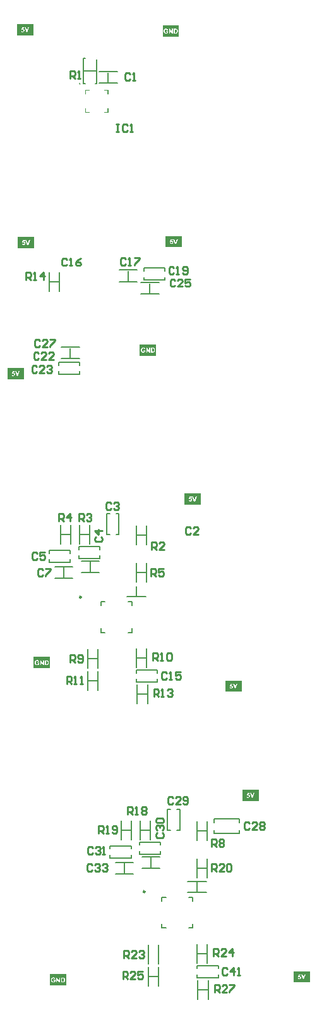
<source format=gto>
G04*
G04 #@! TF.GenerationSoftware,Altium Limited,Altium Designer,22.10.1 (41)*
G04*
G04 Layer_Color=65535*
%FSLAX25Y25*%
%MOIN*%
G70*
G04*
G04 #@! TF.SameCoordinates,10B0A499-9DE9-419A-BA03-DC6469FBBFFB*
G04*
G04*
G04 #@! TF.FilePolarity,Positive*
G04*
G01*
G75*
%ADD10C,0.00787*%
%ADD11C,0.00984*%
%ADD12C,0.00591*%
%ADD13C,0.00394*%
%ADD14C,0.01000*%
G36*
X23443Y599204D02*
X14883D01*
Y605140D01*
X23443D01*
Y599204D01*
D02*
G37*
G36*
X40749Y99107D02*
X32189D01*
Y105043D01*
X40749D01*
Y99107D01*
D02*
G37*
G36*
X23943Y487204D02*
X15383D01*
Y493140D01*
X23943D01*
Y487204D01*
D02*
G37*
G36*
X32249Y266107D02*
X23689D01*
Y272042D01*
X32249D01*
Y266107D01*
D02*
G37*
G36*
X111943Y352204D02*
X103383D01*
Y358140D01*
X111943D01*
Y352204D01*
D02*
G37*
G36*
X101943Y487704D02*
X93383D01*
Y493640D01*
X101943D01*
Y487704D01*
D02*
G37*
G36*
X88249Y430607D02*
X79689D01*
Y436543D01*
X88249D01*
Y430607D01*
D02*
G37*
G36*
X133443Y253704D02*
X124883D01*
Y259640D01*
X133443D01*
Y253704D01*
D02*
G37*
G36*
X18443Y418204D02*
X9883D01*
Y424140D01*
X18443D01*
Y418204D01*
D02*
G37*
G36*
X142443Y196204D02*
X133883D01*
Y202140D01*
X142443D01*
Y196204D01*
D02*
G37*
G36*
X169443Y100704D02*
X160883D01*
Y106640D01*
X169443D01*
Y100704D01*
D02*
G37*
G36*
X100289Y598498D02*
X91729D01*
Y604433D01*
X100289D01*
Y598498D01*
D02*
G37*
%LPC*%
G36*
X21238Y603455D02*
X20695D01*
X20080Y601591D01*
X19440Y603455D01*
X18890D01*
X19793Y600936D01*
X20342D01*
X21238Y603455D01*
D02*
G37*
G36*
X18672Y603422D02*
X17394D01*
X17146Y602108D01*
X17536Y602054D01*
X17569Y602087D01*
X17601Y602116D01*
X17634Y602141D01*
X17667Y602163D01*
X17729Y602196D01*
X17787Y602218D01*
X17838Y602228D01*
X17874Y602236D01*
X17889Y602240D01*
X17911D01*
X17969Y602236D01*
X18024Y602221D01*
X18071Y602203D01*
X18111Y602181D01*
X18140Y602156D01*
X18166Y602138D01*
X18180Y602123D01*
X18184Y602119D01*
X18220Y602072D01*
X18246Y602017D01*
X18264Y601959D01*
X18275Y601901D01*
X18286Y601850D01*
X18289Y601810D01*
Y601792D01*
Y601781D01*
Y601774D01*
Y601770D01*
X18286Y601683D01*
X18275Y601606D01*
X18257Y601544D01*
X18238Y601493D01*
X18216Y601450D01*
X18202Y601420D01*
X18187Y601406D01*
X18184Y601399D01*
X18144Y601359D01*
X18100Y601326D01*
X18056Y601304D01*
X18016Y601289D01*
X17980Y601282D01*
X17951Y601278D01*
X17933Y601275D01*
X17925D01*
X17878Y601278D01*
X17831Y601289D01*
X17791Y601304D01*
X17758Y601322D01*
X17729Y601340D01*
X17707Y601355D01*
X17692Y601366D01*
X17689Y601369D01*
X17656Y601409D01*
X17627Y601450D01*
X17605Y601493D01*
X17590Y601533D01*
X17580Y601570D01*
X17572Y601603D01*
X17569Y601621D01*
Y601628D01*
X17088Y601577D01*
X17099Y601519D01*
X17110Y601464D01*
X17146Y601366D01*
X17186Y601278D01*
X17208Y601242D01*
X17234Y601206D01*
X17256Y601177D01*
X17274Y601151D01*
X17296Y601129D01*
X17310Y601107D01*
X17325Y601093D01*
X17336Y601082D01*
X17343Y601078D01*
X17347Y601075D01*
X17390Y601042D01*
X17434Y601013D01*
X17481Y600987D01*
X17529Y600969D01*
X17627Y600933D01*
X17714Y600911D01*
X17758Y600904D01*
X17794Y600900D01*
X17831Y600896D01*
X17860Y600893D01*
X17885Y600889D01*
X17918D01*
X17998Y600893D01*
X18075Y600904D01*
X18144Y600918D01*
X18209Y600940D01*
X18271Y600965D01*
X18326Y600995D01*
X18377Y601024D01*
X18424Y601056D01*
X18464Y601086D01*
X18500Y601115D01*
X18533Y601144D01*
X18559Y601169D01*
X18577Y601191D01*
X18591Y601206D01*
X18599Y601217D01*
X18602Y601220D01*
X18635Y601268D01*
X18664Y601315D01*
X18686Y601362D01*
X18708Y601413D01*
X18741Y601508D01*
X18763Y601595D01*
X18770Y601632D01*
X18773Y601668D01*
X18781Y601701D01*
Y601730D01*
X18784Y601752D01*
Y601781D01*
X18781Y601850D01*
X18773Y601916D01*
X18763Y601977D01*
X18748Y602036D01*
X18733Y602087D01*
X18712Y602138D01*
X18693Y602185D01*
X18672Y602225D01*
X18650Y602261D01*
X18632Y602294D01*
X18610Y602323D01*
X18595Y602345D01*
X18580Y602363D01*
X18570Y602378D01*
X18562Y602385D01*
X18559Y602389D01*
X18515Y602429D01*
X18471Y602465D01*
X18424Y602498D01*
X18377Y602527D01*
X18333Y602549D01*
X18286Y602567D01*
X18202Y602596D01*
X18162Y602607D01*
X18125Y602614D01*
X18093Y602618D01*
X18067Y602622D01*
X18045Y602625D01*
X18013D01*
X17951Y602622D01*
X17889Y602611D01*
X17834Y602600D01*
X17783Y602585D01*
X17743Y602567D01*
X17711Y602556D01*
X17689Y602545D01*
X17685Y602542D01*
X17681D01*
X17758Y602971D01*
X18672D01*
Y603422D01*
D02*
G37*
G36*
X34023Y103381D02*
X33979D01*
X33848Y103378D01*
X33732Y103363D01*
X33681Y103352D01*
X33630Y103341D01*
X33582Y103330D01*
X33542Y103320D01*
X33506Y103305D01*
X33470Y103294D01*
X33444Y103283D01*
X33419Y103276D01*
X33400Y103265D01*
X33386Y103261D01*
X33379Y103254D01*
X33375D01*
X33262Y103189D01*
X33215Y103148D01*
X33167Y103112D01*
X33124Y103072D01*
X33084Y103032D01*
X33047Y102992D01*
X33015Y102955D01*
X32989Y102919D01*
X32964Y102886D01*
X32942Y102857D01*
X32924Y102832D01*
X32913Y102810D01*
X32902Y102795D01*
X32898Y102784D01*
X32895Y102781D01*
X32865Y102723D01*
X32840Y102664D01*
X32800Y102544D01*
X32771Y102424D01*
X32752Y102319D01*
X32745Y102268D01*
X32738Y102224D01*
X32734Y102184D01*
Y102147D01*
X32731Y102122D01*
Y102082D01*
X32738Y101947D01*
X32752Y101823D01*
X32778Y101711D01*
X32789Y101656D01*
X32803Y101609D01*
X32818Y101565D01*
X32829Y101525D01*
X32844Y101492D01*
X32855Y101463D01*
X32862Y101441D01*
X32869Y101423D01*
X32876Y101412D01*
Y101409D01*
X32938Y101299D01*
X33007Y101205D01*
X33080Y101121D01*
X33153Y101055D01*
X33186Y101026D01*
X33219Y101001D01*
X33244Y100979D01*
X33269Y100964D01*
X33288Y100950D01*
X33306Y100939D01*
X33313Y100935D01*
X33317Y100932D01*
X33375Y100902D01*
X33430Y100877D01*
X33550Y100837D01*
X33666Y100808D01*
X33772Y100790D01*
X33823Y100782D01*
X33866Y100775D01*
X33906Y100771D01*
X33943D01*
X33968Y100768D01*
X34008D01*
X34125Y100771D01*
X34234Y100786D01*
X34340Y100804D01*
X34431Y100826D01*
X34471Y100837D01*
X34507Y100848D01*
X34540Y100859D01*
X34569Y100866D01*
X34591Y100873D01*
X34605Y100881D01*
X34616Y100884D01*
X34620D01*
X34729Y100928D01*
X34820Y100975D01*
X34900Y101023D01*
X34969Y101063D01*
X35020Y101099D01*
X35039Y101114D01*
X35057Y101128D01*
X35068Y101139D01*
X35078Y101146D01*
X35086Y101154D01*
Y102166D01*
X33990D01*
Y101740D01*
X34572D01*
Y101416D01*
X34529Y101383D01*
X34481Y101354D01*
X34434Y101328D01*
X34391Y101307D01*
X34354Y101288D01*
X34321Y101274D01*
X34303Y101267D01*
X34299Y101263D01*
X34296D01*
X34238Y101241D01*
X34179Y101226D01*
X34125Y101216D01*
X34078Y101208D01*
X34034Y101205D01*
X34005Y101201D01*
X33976D01*
X33917Y101205D01*
X33859Y101212D01*
X33808Y101223D01*
X33757Y101237D01*
X33666Y101274D01*
X33630Y101292D01*
X33593Y101314D01*
X33561Y101336D01*
X33531Y101354D01*
X33510Y101376D01*
X33488Y101390D01*
X33473Y101405D01*
X33462Y101416D01*
X33455Y101423D01*
X33451Y101427D01*
X33419Y101470D01*
X33386Y101521D01*
X33360Y101572D01*
X33339Y101627D01*
X33302Y101740D01*
X33280Y101849D01*
X33273Y101900D01*
X33266Y101951D01*
X33262Y101991D01*
X33259Y102031D01*
X33255Y102060D01*
Y102085D01*
Y102100D01*
Y102104D01*
X33259Y102180D01*
X33262Y102249D01*
X33273Y102319D01*
X33284Y102380D01*
X33299Y102435D01*
X33317Y102486D01*
X33335Y102533D01*
X33353Y102577D01*
X33368Y102613D01*
X33386Y102646D01*
X33404Y102672D01*
X33419Y102693D01*
X33430Y102712D01*
X33441Y102723D01*
X33444Y102730D01*
X33448Y102734D01*
X33488Y102770D01*
X33528Y102806D01*
X33571Y102832D01*
X33615Y102857D01*
X33659Y102879D01*
X33703Y102897D01*
X33786Y102923D01*
X33826Y102930D01*
X33863Y102937D01*
X33895Y102941D01*
X33925Y102945D01*
X33946Y102948D01*
X33979D01*
X34059Y102945D01*
X34128Y102930D01*
X34190Y102916D01*
X34245Y102894D01*
X34285Y102875D01*
X34318Y102857D01*
X34336Y102843D01*
X34343Y102839D01*
X34394Y102795D01*
X34438Y102748D01*
X34474Y102701D01*
X34500Y102653D01*
X34522Y102610D01*
X34536Y102577D01*
X34543Y102555D01*
X34547Y102551D01*
Y102548D01*
X35053Y102643D01*
X35039Y102704D01*
X35017Y102766D01*
X34995Y102821D01*
X34966Y102872D01*
X34940Y102923D01*
X34911Y102966D01*
X34882Y103006D01*
X34853Y103043D01*
X34824Y103076D01*
X34798Y103105D01*
X34776Y103130D01*
X34754Y103148D01*
X34736Y103163D01*
X34722Y103177D01*
X34714Y103181D01*
X34711Y103185D01*
X34660Y103221D01*
X34605Y103250D01*
X34547Y103276D01*
X34485Y103298D01*
X34365Y103334D01*
X34249Y103356D01*
X34194Y103367D01*
X34143Y103370D01*
X34096Y103374D01*
X34056Y103378D01*
X34023Y103381D01*
D02*
G37*
G36*
X37561Y103334D02*
X37091D01*
Y101638D01*
X36050Y103334D01*
X35559D01*
Y100815D01*
X36029D01*
Y102475D01*
X37051Y100815D01*
X37561D01*
Y103334D01*
D02*
G37*
G36*
X39104D02*
X38100D01*
Y100815D01*
X39053D01*
X39152Y100819D01*
X39243Y100822D01*
X39319Y100830D01*
X39381Y100841D01*
X39432Y100852D01*
X39472Y100859D01*
X39483Y100863D01*
X39494D01*
X39498Y100866D01*
X39501D01*
X39581Y100895D01*
X39654Y100928D01*
X39712Y100961D01*
X39763Y100994D01*
X39803Y101023D01*
X39832Y101044D01*
X39851Y101059D01*
X39858Y101066D01*
X39920Y101136D01*
X39974Y101208D01*
X40022Y101285D01*
X40058Y101354D01*
X40087Y101419D01*
X40102Y101445D01*
X40109Y101467D01*
X40116Y101489D01*
X40124Y101503D01*
X40127Y101510D01*
Y101514D01*
X40153Y101601D01*
X40174Y101692D01*
X40189Y101780D01*
X40196Y101864D01*
X40200Y101903D01*
X40204Y101940D01*
Y101969D01*
X40207Y101998D01*
Y102049D01*
X40204Y102176D01*
X40193Y102289D01*
X40189Y102344D01*
X40182Y102391D01*
X40174Y102439D01*
X40167Y102479D01*
X40156Y102515D01*
X40149Y102548D01*
X40142Y102577D01*
X40138Y102599D01*
X40131Y102617D01*
X40127Y102631D01*
X40124Y102639D01*
Y102643D01*
X40091Y102730D01*
X40051Y102810D01*
X40011Y102879D01*
X39971Y102937D01*
X39938Y102985D01*
X39909Y103021D01*
X39891Y103043D01*
X39887Y103050D01*
X39883D01*
X39821Y103108D01*
X39759Y103156D01*
X39694Y103196D01*
X39636Y103228D01*
X39585Y103254D01*
X39541Y103272D01*
X39527Y103276D01*
X39516Y103279D01*
X39508Y103283D01*
X39505D01*
X39436Y103301D01*
X39359Y103312D01*
X39279Y103323D01*
X39203Y103327D01*
X39134Y103330D01*
X39104Y103334D01*
D02*
G37*
%LPD*%
G36*
X38988Y102904D02*
X39031D01*
X39068Y102901D01*
X39101D01*
X39134Y102897D01*
X39159D01*
X39199Y102890D01*
X39228Y102886D01*
X39246Y102883D01*
X39250D01*
X39301Y102868D01*
X39345Y102850D01*
X39385Y102832D01*
X39421Y102810D01*
X39446Y102792D01*
X39468Y102777D01*
X39479Y102766D01*
X39483Y102763D01*
X39516Y102726D01*
X39545Y102686D01*
X39570Y102646D01*
X39592Y102610D01*
X39607Y102573D01*
X39618Y102544D01*
X39625Y102526D01*
X39628Y102522D01*
Y102519D01*
X39647Y102453D01*
X39661Y102384D01*
X39669Y102308D01*
X39676Y102235D01*
X39680Y102173D01*
X39683Y102144D01*
Y102118D01*
Y102100D01*
Y102085D01*
Y102075D01*
Y102071D01*
X39680Y101969D01*
X39676Y101874D01*
X39665Y101798D01*
X39658Y101733D01*
X39647Y101678D01*
X39643Y101656D01*
X39636Y101641D01*
X39632Y101627D01*
Y101616D01*
X39628Y101612D01*
Y101609D01*
X39607Y101550D01*
X39588Y101499D01*
X39563Y101460D01*
X39545Y101427D01*
X39527Y101401D01*
X39512Y101383D01*
X39501Y101372D01*
X39498Y101368D01*
X39465Y101343D01*
X39432Y101321D01*
X39399Y101303D01*
X39366Y101288D01*
X39337Y101277D01*
X39316Y101270D01*
X39301Y101263D01*
X39294D01*
X39254Y101256D01*
X39206Y101252D01*
X39155Y101245D01*
X39104D01*
X39057Y101241D01*
X38609D01*
Y102908D01*
X38941D01*
X38988Y102904D01*
D02*
G37*
%LPC*%
G36*
X21738Y491455D02*
X21195D01*
X20580Y489592D01*
X19940Y491455D01*
X19390D01*
X20293Y488936D01*
X20842D01*
X21738Y491455D01*
D02*
G37*
G36*
X19172Y491423D02*
X17894D01*
X17646Y490108D01*
X18036Y490054D01*
X18069Y490087D01*
X18101Y490116D01*
X18134Y490141D01*
X18167Y490163D01*
X18229Y490196D01*
X18287Y490218D01*
X18338Y490229D01*
X18374Y490236D01*
X18389Y490239D01*
X18411D01*
X18469Y490236D01*
X18524Y490221D01*
X18571Y490203D01*
X18611Y490181D01*
X18640Y490156D01*
X18666Y490137D01*
X18680Y490123D01*
X18684Y490119D01*
X18720Y490072D01*
X18746Y490017D01*
X18764Y489959D01*
X18775Y489901D01*
X18786Y489850D01*
X18789Y489810D01*
Y489792D01*
Y489781D01*
Y489774D01*
Y489770D01*
X18786Y489682D01*
X18775Y489606D01*
X18757Y489544D01*
X18738Y489493D01*
X18717Y489450D01*
X18702Y489421D01*
X18687Y489406D01*
X18684Y489399D01*
X18644Y489359D01*
X18600Y489326D01*
X18556Y489304D01*
X18516Y489289D01*
X18480Y489282D01*
X18451Y489279D01*
X18433Y489275D01*
X18425D01*
X18378Y489279D01*
X18331Y489289D01*
X18291Y489304D01*
X18258Y489322D01*
X18229Y489340D01*
X18207Y489355D01*
X18192Y489366D01*
X18189Y489369D01*
X18156Y489409D01*
X18127Y489450D01*
X18105Y489493D01*
X18090Y489533D01*
X18079Y489570D01*
X18072Y489603D01*
X18069Y489621D01*
Y489628D01*
X17588Y489577D01*
X17599Y489519D01*
X17610Y489464D01*
X17646Y489366D01*
X17686Y489279D01*
X17708Y489242D01*
X17734Y489206D01*
X17756Y489177D01*
X17774Y489151D01*
X17796Y489129D01*
X17810Y489107D01*
X17825Y489093D01*
X17836Y489082D01*
X17843Y489078D01*
X17847Y489075D01*
X17890Y489042D01*
X17934Y489013D01*
X17981Y488987D01*
X18029Y488969D01*
X18127Y488933D01*
X18214Y488911D01*
X18258Y488904D01*
X18294Y488900D01*
X18331Y488896D01*
X18360Y488893D01*
X18385Y488889D01*
X18418D01*
X18498Y488893D01*
X18575Y488904D01*
X18644Y488918D01*
X18709Y488940D01*
X18771Y488966D01*
X18826Y488995D01*
X18877Y489024D01*
X18924Y489056D01*
X18964Y489086D01*
X19000Y489115D01*
X19033Y489144D01*
X19059Y489169D01*
X19077Y489191D01*
X19091Y489206D01*
X19099Y489217D01*
X19102Y489220D01*
X19135Y489268D01*
X19164Y489315D01*
X19186Y489362D01*
X19208Y489413D01*
X19241Y489508D01*
X19263Y489595D01*
X19270Y489632D01*
X19273Y489668D01*
X19281Y489701D01*
Y489730D01*
X19284Y489752D01*
Y489781D01*
X19281Y489850D01*
X19273Y489916D01*
X19263Y489977D01*
X19248Y490036D01*
X19233Y490087D01*
X19212Y490137D01*
X19193Y490185D01*
X19172Y490225D01*
X19150Y490261D01*
X19131Y490294D01*
X19110Y490323D01*
X19095Y490345D01*
X19081Y490363D01*
X19070Y490378D01*
X19062Y490385D01*
X19059Y490389D01*
X19015Y490429D01*
X18971Y490465D01*
X18924Y490498D01*
X18877Y490527D01*
X18833Y490549D01*
X18786Y490567D01*
X18702Y490596D01*
X18662Y490607D01*
X18625Y490614D01*
X18593Y490618D01*
X18567Y490622D01*
X18545Y490625D01*
X18513D01*
X18451Y490622D01*
X18389Y490611D01*
X18334Y490600D01*
X18283Y490585D01*
X18243Y490567D01*
X18211Y490556D01*
X18189Y490545D01*
X18185Y490542D01*
X18181D01*
X18258Y490971D01*
X19172D01*
Y491423D01*
D02*
G37*
G36*
X25523Y270381D02*
X25479D01*
X25348Y270378D01*
X25232Y270363D01*
X25181Y270352D01*
X25130Y270341D01*
X25082Y270330D01*
X25042Y270320D01*
X25006Y270305D01*
X24970Y270294D01*
X24944Y270283D01*
X24919Y270276D01*
X24901Y270265D01*
X24886Y270261D01*
X24879Y270254D01*
X24875D01*
X24762Y270188D01*
X24715Y270148D01*
X24667Y270112D01*
X24624Y270072D01*
X24584Y270032D01*
X24547Y269992D01*
X24515Y269955D01*
X24489Y269919D01*
X24464Y269886D01*
X24442Y269857D01*
X24424Y269832D01*
X24413Y269810D01*
X24402Y269795D01*
X24398Y269784D01*
X24395Y269781D01*
X24365Y269723D01*
X24340Y269664D01*
X24300Y269544D01*
X24271Y269424D01*
X24252Y269319D01*
X24245Y269268D01*
X24238Y269224D01*
X24234Y269184D01*
Y269147D01*
X24231Y269122D01*
Y269082D01*
X24238Y268947D01*
X24252Y268824D01*
X24278Y268711D01*
X24289Y268656D01*
X24304Y268609D01*
X24318Y268565D01*
X24329Y268525D01*
X24343Y268492D01*
X24354Y268463D01*
X24362Y268441D01*
X24369Y268423D01*
X24376Y268412D01*
Y268408D01*
X24438Y268299D01*
X24507Y268205D01*
X24580Y268121D01*
X24653Y268055D01*
X24686Y268026D01*
X24719Y268001D01*
X24744Y267979D01*
X24769Y267964D01*
X24788Y267950D01*
X24806Y267939D01*
X24813Y267935D01*
X24817Y267932D01*
X24875Y267902D01*
X24930Y267877D01*
X25050Y267837D01*
X25166Y267808D01*
X25272Y267790D01*
X25323Y267782D01*
X25366Y267775D01*
X25406Y267772D01*
X25443D01*
X25468Y267768D01*
X25508D01*
X25625Y267772D01*
X25734Y267786D01*
X25840Y267804D01*
X25931Y267826D01*
X25971Y267837D01*
X26007Y267848D01*
X26040Y267859D01*
X26069Y267866D01*
X26091Y267873D01*
X26105Y267881D01*
X26116Y267884D01*
X26120D01*
X26229Y267928D01*
X26320Y267975D01*
X26400Y268023D01*
X26469Y268063D01*
X26520Y268099D01*
X26539Y268114D01*
X26557Y268128D01*
X26568Y268139D01*
X26579Y268146D01*
X26586Y268154D01*
Y269166D01*
X25490D01*
Y268740D01*
X26072D01*
Y268416D01*
X26029Y268383D01*
X25982Y268354D01*
X25934Y268328D01*
X25890Y268307D01*
X25854Y268288D01*
X25821Y268274D01*
X25803Y268267D01*
X25800Y268263D01*
X25796D01*
X25738Y268241D01*
X25679Y268227D01*
X25625Y268216D01*
X25578Y268208D01*
X25534Y268205D01*
X25505Y268201D01*
X25476D01*
X25417Y268205D01*
X25359Y268212D01*
X25308Y268223D01*
X25257Y268237D01*
X25166Y268274D01*
X25130Y268292D01*
X25093Y268314D01*
X25061Y268336D01*
X25032Y268354D01*
X25010Y268376D01*
X24988Y268390D01*
X24973Y268405D01*
X24962Y268416D01*
X24955Y268423D01*
X24951Y268427D01*
X24919Y268470D01*
X24886Y268521D01*
X24860Y268572D01*
X24839Y268627D01*
X24802Y268740D01*
X24780Y268849D01*
X24773Y268900D01*
X24766Y268951D01*
X24762Y268991D01*
X24758Y269031D01*
X24755Y269060D01*
Y269086D01*
Y269100D01*
Y269104D01*
X24758Y269180D01*
X24762Y269249D01*
X24773Y269319D01*
X24784Y269380D01*
X24799Y269435D01*
X24817Y269486D01*
X24835Y269533D01*
X24853Y269577D01*
X24868Y269613D01*
X24886Y269646D01*
X24904Y269672D01*
X24919Y269693D01*
X24930Y269712D01*
X24940Y269723D01*
X24944Y269730D01*
X24948Y269734D01*
X24988Y269770D01*
X25028Y269806D01*
X25071Y269832D01*
X25115Y269857D01*
X25159Y269879D01*
X25203Y269897D01*
X25286Y269923D01*
X25326Y269930D01*
X25363Y269937D01*
X25396Y269941D01*
X25425Y269945D01*
X25447Y269948D01*
X25479D01*
X25559Y269945D01*
X25629Y269930D01*
X25690Y269916D01*
X25745Y269894D01*
X25785Y269875D01*
X25818Y269857D01*
X25836Y269843D01*
X25843Y269839D01*
X25894Y269795D01*
X25938Y269748D01*
X25974Y269701D01*
X26000Y269653D01*
X26022Y269610D01*
X26036Y269577D01*
X26043Y269555D01*
X26047Y269551D01*
Y269548D01*
X26553Y269642D01*
X26539Y269704D01*
X26517Y269766D01*
X26495Y269821D01*
X26466Y269872D01*
X26440Y269923D01*
X26411Y269966D01*
X26382Y270006D01*
X26353Y270043D01*
X26324Y270076D01*
X26298Y270105D01*
X26276Y270130D01*
X26254Y270148D01*
X26236Y270163D01*
X26222Y270178D01*
X26215Y270181D01*
X26211Y270185D01*
X26160Y270221D01*
X26105Y270250D01*
X26047Y270276D01*
X25985Y270298D01*
X25865Y270334D01*
X25749Y270356D01*
X25694Y270367D01*
X25643Y270371D01*
X25596Y270374D01*
X25556Y270378D01*
X25523Y270381D01*
D02*
G37*
G36*
X29061Y270334D02*
X28591D01*
Y268638D01*
X27550Y270334D01*
X27059D01*
Y267815D01*
X27529D01*
Y269475D01*
X28551Y267815D01*
X29061D01*
Y270334D01*
D02*
G37*
G36*
X30604D02*
X29600D01*
Y267815D01*
X30553D01*
X30652Y267819D01*
X30743Y267823D01*
X30819Y267830D01*
X30881Y267841D01*
X30932Y267852D01*
X30972Y267859D01*
X30983Y267863D01*
X30994D01*
X30997Y267866D01*
X31001D01*
X31081Y267895D01*
X31154Y267928D01*
X31212Y267961D01*
X31263Y267993D01*
X31303Y268023D01*
X31332Y268044D01*
X31350Y268059D01*
X31358Y268066D01*
X31420Y268135D01*
X31474Y268208D01*
X31522Y268285D01*
X31558Y268354D01*
X31587Y268419D01*
X31602Y268445D01*
X31609Y268467D01*
X31616Y268489D01*
X31624Y268503D01*
X31627Y268510D01*
Y268514D01*
X31653Y268601D01*
X31675Y268692D01*
X31689Y268780D01*
X31696Y268864D01*
X31700Y268903D01*
X31704Y268940D01*
Y268969D01*
X31707Y268998D01*
Y269049D01*
X31704Y269177D01*
X31693Y269289D01*
X31689Y269344D01*
X31682Y269391D01*
X31675Y269439D01*
X31667Y269479D01*
X31656Y269515D01*
X31649Y269548D01*
X31642Y269577D01*
X31638Y269599D01*
X31631Y269617D01*
X31627Y269632D01*
X31624Y269639D01*
Y269642D01*
X31591Y269730D01*
X31551Y269810D01*
X31511Y269879D01*
X31471Y269937D01*
X31438Y269985D01*
X31409Y270021D01*
X31391Y270043D01*
X31387Y270050D01*
X31383D01*
X31321Y270108D01*
X31260Y270156D01*
X31194Y270196D01*
X31136Y270229D01*
X31085Y270254D01*
X31041Y270272D01*
X31027Y270276D01*
X31016Y270280D01*
X31008Y270283D01*
X31005D01*
X30936Y270301D01*
X30859Y270312D01*
X30779Y270323D01*
X30703Y270327D01*
X30634Y270330D01*
X30604Y270334D01*
D02*
G37*
%LPD*%
G36*
X30488Y269904D02*
X30531D01*
X30568Y269901D01*
X30601D01*
X30634Y269897D01*
X30659D01*
X30699Y269890D01*
X30728Y269886D01*
X30746Y269883D01*
X30750D01*
X30801Y269868D01*
X30845Y269850D01*
X30885Y269832D01*
X30921Y269810D01*
X30946Y269792D01*
X30968Y269777D01*
X30979Y269766D01*
X30983Y269763D01*
X31016Y269726D01*
X31045Y269686D01*
X31070Y269646D01*
X31092Y269610D01*
X31107Y269573D01*
X31118Y269544D01*
X31125Y269526D01*
X31128Y269522D01*
Y269519D01*
X31147Y269453D01*
X31161Y269384D01*
X31168Y269308D01*
X31176Y269235D01*
X31179Y269173D01*
X31183Y269144D01*
Y269118D01*
Y269100D01*
Y269086D01*
Y269075D01*
Y269071D01*
X31179Y268969D01*
X31176Y268874D01*
X31165Y268798D01*
X31158Y268733D01*
X31147Y268678D01*
X31143Y268656D01*
X31136Y268641D01*
X31132Y268627D01*
Y268616D01*
X31128Y268612D01*
Y268609D01*
X31107Y268550D01*
X31089Y268499D01*
X31063Y268460D01*
X31045Y268427D01*
X31027Y268401D01*
X31012Y268383D01*
X31001Y268372D01*
X30997Y268369D01*
X30965Y268343D01*
X30932Y268321D01*
X30899Y268303D01*
X30866Y268288D01*
X30837Y268278D01*
X30816Y268270D01*
X30801Y268263D01*
X30794D01*
X30754Y268256D01*
X30706Y268252D01*
X30655Y268245D01*
X30604D01*
X30557Y268241D01*
X30109D01*
Y269908D01*
X30441D01*
X30488Y269904D01*
D02*
G37*
%LPC*%
G36*
X109738Y356455D02*
X109195D01*
X108580Y354591D01*
X107940Y356455D01*
X107390D01*
X108293Y353936D01*
X108842D01*
X109738Y356455D01*
D02*
G37*
G36*
X107171Y356422D02*
X105894D01*
X105646Y355108D01*
X106036Y355054D01*
X106069Y355087D01*
X106101Y355116D01*
X106134Y355141D01*
X106167Y355163D01*
X106229Y355196D01*
X106287Y355218D01*
X106338Y355228D01*
X106374Y355236D01*
X106389Y355240D01*
X106411D01*
X106469Y355236D01*
X106524Y355221D01*
X106571Y355203D01*
X106611Y355181D01*
X106640Y355156D01*
X106666Y355137D01*
X106680Y355123D01*
X106684Y355119D01*
X106720Y355072D01*
X106746Y355017D01*
X106764Y354959D01*
X106775Y354901D01*
X106786Y354850D01*
X106789Y354810D01*
Y354792D01*
Y354781D01*
Y354773D01*
Y354770D01*
X106786Y354682D01*
X106775Y354606D01*
X106757Y354544D01*
X106738Y354493D01*
X106717Y354450D01*
X106702Y354420D01*
X106687Y354406D01*
X106684Y354399D01*
X106644Y354359D01*
X106600Y354326D01*
X106556Y354304D01*
X106516Y354289D01*
X106480Y354282D01*
X106451Y354278D01*
X106433Y354275D01*
X106425D01*
X106378Y354278D01*
X106331Y354289D01*
X106291Y354304D01*
X106258Y354322D01*
X106229Y354340D01*
X106207Y354355D01*
X106192Y354366D01*
X106189Y354369D01*
X106156Y354410D01*
X106127Y354450D01*
X106105Y354493D01*
X106090Y354533D01*
X106079Y354570D01*
X106072Y354603D01*
X106069Y354621D01*
Y354628D01*
X105588Y354577D01*
X105599Y354519D01*
X105610Y354464D01*
X105646Y354366D01*
X105686Y354278D01*
X105708Y354242D01*
X105734Y354206D01*
X105756Y354177D01*
X105774Y354151D01*
X105796Y354129D01*
X105810Y354107D01*
X105825Y354093D01*
X105836Y354082D01*
X105843Y354078D01*
X105847Y354075D01*
X105890Y354042D01*
X105934Y354013D01*
X105981Y353987D01*
X106029Y353969D01*
X106127Y353933D01*
X106214Y353911D01*
X106258Y353904D01*
X106294Y353900D01*
X106331Y353896D01*
X106360Y353893D01*
X106385Y353889D01*
X106418D01*
X106498Y353893D01*
X106575Y353904D01*
X106644Y353918D01*
X106709Y353940D01*
X106771Y353965D01*
X106826Y353995D01*
X106877Y354024D01*
X106924Y354057D01*
X106964Y354086D01*
X107000Y354115D01*
X107033Y354144D01*
X107059Y354169D01*
X107077Y354191D01*
X107091Y354206D01*
X107099Y354217D01*
X107102Y354220D01*
X107135Y354268D01*
X107164Y354315D01*
X107186Y354362D01*
X107208Y354413D01*
X107241Y354508D01*
X107263Y354595D01*
X107270Y354632D01*
X107273Y354668D01*
X107281Y354701D01*
Y354730D01*
X107284Y354752D01*
Y354781D01*
X107281Y354850D01*
X107273Y354915D01*
X107263Y354977D01*
X107248Y355036D01*
X107233Y355087D01*
X107212Y355137D01*
X107193Y355185D01*
X107171Y355225D01*
X107150Y355261D01*
X107132Y355294D01*
X107110Y355323D01*
X107095Y355345D01*
X107080Y355363D01*
X107070Y355378D01*
X107062Y355385D01*
X107059Y355389D01*
X107015Y355429D01*
X106971Y355465D01*
X106924Y355498D01*
X106877Y355527D01*
X106833Y355549D01*
X106786Y355567D01*
X106702Y355596D01*
X106662Y355607D01*
X106625Y355614D01*
X106593Y355618D01*
X106567Y355622D01*
X106545Y355625D01*
X106513D01*
X106451Y355622D01*
X106389Y355611D01*
X106334Y355600D01*
X106283Y355585D01*
X106243Y355567D01*
X106211Y355556D01*
X106189Y355545D01*
X106185Y355542D01*
X106181D01*
X106258Y355971D01*
X107171D01*
Y356422D01*
D02*
G37*
G36*
X99738Y491955D02*
X99195D01*
X98580Y490092D01*
X97940Y491955D01*
X97390D01*
X98293Y489436D01*
X98842D01*
X99738Y491955D01*
D02*
G37*
G36*
X97171Y491923D02*
X95894D01*
X95646Y490608D01*
X96036Y490554D01*
X96069Y490587D01*
X96101Y490616D01*
X96134Y490641D01*
X96167Y490663D01*
X96229Y490696D01*
X96287Y490718D01*
X96338Y490729D01*
X96374Y490736D01*
X96389Y490739D01*
X96411D01*
X96469Y490736D01*
X96524Y490721D01*
X96571Y490703D01*
X96611Y490681D01*
X96640Y490656D01*
X96666Y490637D01*
X96680Y490623D01*
X96684Y490619D01*
X96720Y490572D01*
X96746Y490517D01*
X96764Y490459D01*
X96775Y490401D01*
X96786Y490350D01*
X96789Y490310D01*
Y490292D01*
Y490281D01*
Y490274D01*
Y490270D01*
X96786Y490182D01*
X96775Y490106D01*
X96757Y490044D01*
X96738Y489993D01*
X96716Y489950D01*
X96702Y489921D01*
X96687Y489906D01*
X96684Y489899D01*
X96644Y489859D01*
X96600Y489826D01*
X96556Y489804D01*
X96516Y489789D01*
X96480Y489782D01*
X96451Y489779D01*
X96433Y489775D01*
X96425D01*
X96378Y489779D01*
X96331Y489789D01*
X96291Y489804D01*
X96258Y489822D01*
X96229Y489840D01*
X96207Y489855D01*
X96192Y489866D01*
X96189Y489869D01*
X96156Y489910D01*
X96127Y489950D01*
X96105Y489993D01*
X96090Y490033D01*
X96079Y490070D01*
X96072Y490102D01*
X96069Y490121D01*
Y490128D01*
X95588Y490077D01*
X95599Y490019D01*
X95610Y489964D01*
X95646Y489866D01*
X95686Y489779D01*
X95708Y489742D01*
X95734Y489706D01*
X95756Y489677D01*
X95774Y489651D01*
X95796Y489629D01*
X95810Y489607D01*
X95825Y489593D01*
X95836Y489582D01*
X95843Y489578D01*
X95847Y489575D01*
X95890Y489542D01*
X95934Y489513D01*
X95981Y489487D01*
X96029Y489469D01*
X96127Y489433D01*
X96214Y489411D01*
X96258Y489404D01*
X96294Y489400D01*
X96331Y489396D01*
X96360Y489393D01*
X96385Y489389D01*
X96418D01*
X96498Y489393D01*
X96575Y489404D01*
X96644Y489418D01*
X96709Y489440D01*
X96771Y489466D01*
X96826Y489495D01*
X96877Y489524D01*
X96924Y489557D01*
X96964Y489586D01*
X97000Y489615D01*
X97033Y489644D01*
X97059Y489669D01*
X97077Y489691D01*
X97091Y489706D01*
X97099Y489717D01*
X97102Y489720D01*
X97135Y489768D01*
X97164Y489815D01*
X97186Y489862D01*
X97208Y489913D01*
X97241Y490008D01*
X97263Y490095D01*
X97270Y490132D01*
X97273Y490168D01*
X97281Y490201D01*
Y490230D01*
X97284Y490252D01*
Y490281D01*
X97281Y490350D01*
X97273Y490415D01*
X97263Y490477D01*
X97248Y490536D01*
X97233Y490587D01*
X97212Y490637D01*
X97193Y490685D01*
X97171Y490725D01*
X97150Y490761D01*
X97132Y490794D01*
X97110Y490823D01*
X97095Y490845D01*
X97080Y490863D01*
X97070Y490878D01*
X97062Y490885D01*
X97059Y490889D01*
X97015Y490929D01*
X96971Y490965D01*
X96924Y490998D01*
X96877Y491027D01*
X96833Y491049D01*
X96786Y491067D01*
X96702Y491096D01*
X96662Y491107D01*
X96626Y491114D01*
X96593Y491118D01*
X96567Y491122D01*
X96545Y491125D01*
X96513D01*
X96451Y491122D01*
X96389Y491111D01*
X96334Y491100D01*
X96283Y491085D01*
X96243Y491067D01*
X96211Y491056D01*
X96189Y491045D01*
X96185Y491042D01*
X96181D01*
X96258Y491471D01*
X97171D01*
Y491923D01*
D02*
G37*
G36*
X81523Y434881D02*
X81479D01*
X81348Y434878D01*
X81232Y434863D01*
X81181Y434852D01*
X81130Y434841D01*
X81082Y434830D01*
X81042Y434820D01*
X81006Y434805D01*
X80970Y434794D01*
X80944Y434783D01*
X80919Y434776D01*
X80901Y434765D01*
X80886Y434761D01*
X80879Y434754D01*
X80875D01*
X80762Y434689D01*
X80715Y434648D01*
X80668Y434612D01*
X80624Y434572D01*
X80584Y434532D01*
X80547Y434492D01*
X80515Y434455D01*
X80489Y434419D01*
X80464Y434386D01*
X80442Y434357D01*
X80424Y434332D01*
X80413Y434310D01*
X80402Y434295D01*
X80398Y434284D01*
X80395Y434281D01*
X80365Y434223D01*
X80340Y434164D01*
X80300Y434044D01*
X80271Y433924D01*
X80252Y433818D01*
X80245Y433768D01*
X80238Y433724D01*
X80234Y433684D01*
Y433647D01*
X80231Y433622D01*
Y433582D01*
X80238Y433447D01*
X80252Y433323D01*
X80278Y433211D01*
X80289Y433156D01*
X80304Y433109D01*
X80318Y433065D01*
X80329Y433025D01*
X80344Y432992D01*
X80354Y432963D01*
X80362Y432941D01*
X80369Y432923D01*
X80376Y432912D01*
Y432908D01*
X80438Y432799D01*
X80507Y432705D01*
X80580Y432621D01*
X80653Y432555D01*
X80686Y432526D01*
X80718Y432501D01*
X80744Y432479D01*
X80769Y432464D01*
X80788Y432450D01*
X80806Y432439D01*
X80813Y432435D01*
X80817Y432432D01*
X80875Y432403D01*
X80930Y432377D01*
X81050Y432337D01*
X81166Y432308D01*
X81272Y432290D01*
X81323Y432282D01*
X81366Y432275D01*
X81406Y432271D01*
X81443D01*
X81468Y432268D01*
X81508D01*
X81625Y432271D01*
X81734Y432286D01*
X81840Y432304D01*
X81931Y432326D01*
X81971Y432337D01*
X82007Y432348D01*
X82040Y432359D01*
X82069Y432366D01*
X82091Y432373D01*
X82105Y432381D01*
X82116Y432384D01*
X82120D01*
X82229Y432428D01*
X82320Y432475D01*
X82400Y432523D01*
X82469Y432563D01*
X82520Y432599D01*
X82538Y432614D01*
X82557Y432628D01*
X82568Y432639D01*
X82578Y432646D01*
X82586Y432654D01*
Y433666D01*
X81490D01*
Y433240D01*
X82073D01*
Y432916D01*
X82029Y432883D01*
X81981Y432854D01*
X81934Y432828D01*
X81890Y432807D01*
X81854Y432788D01*
X81821Y432774D01*
X81803Y432766D01*
X81800Y432763D01*
X81796D01*
X81738Y432741D01*
X81679Y432726D01*
X81625Y432716D01*
X81577Y432708D01*
X81534Y432705D01*
X81505Y432701D01*
X81476D01*
X81417Y432705D01*
X81359Y432712D01*
X81308Y432723D01*
X81257Y432737D01*
X81166Y432774D01*
X81130Y432792D01*
X81093Y432814D01*
X81061Y432836D01*
X81032Y432854D01*
X81010Y432876D01*
X80988Y432890D01*
X80973Y432905D01*
X80962Y432916D01*
X80955Y432923D01*
X80951Y432927D01*
X80919Y432970D01*
X80886Y433021D01*
X80860Y433072D01*
X80839Y433127D01*
X80802Y433240D01*
X80780Y433349D01*
X80773Y433400D01*
X80766Y433451D01*
X80762Y433491D01*
X80759Y433531D01*
X80755Y433560D01*
Y433586D01*
Y433600D01*
Y433604D01*
X80759Y433680D01*
X80762Y433749D01*
X80773Y433818D01*
X80784Y433880D01*
X80799Y433935D01*
X80817Y433986D01*
X80835Y434033D01*
X80853Y434077D01*
X80868Y434113D01*
X80886Y434146D01*
X80904Y434172D01*
X80919Y434193D01*
X80930Y434212D01*
X80941Y434223D01*
X80944Y434230D01*
X80948Y434234D01*
X80988Y434270D01*
X81028Y434306D01*
X81072Y434332D01*
X81115Y434357D01*
X81159Y434379D01*
X81203Y434397D01*
X81286Y434423D01*
X81326Y434430D01*
X81363Y434437D01*
X81396Y434441D01*
X81425Y434445D01*
X81446Y434448D01*
X81479D01*
X81559Y434445D01*
X81629Y434430D01*
X81690Y434415D01*
X81745Y434394D01*
X81785Y434375D01*
X81818Y434357D01*
X81836Y434343D01*
X81843Y434339D01*
X81894Y434295D01*
X81938Y434248D01*
X81974Y434201D01*
X82000Y434153D01*
X82022Y434110D01*
X82036Y434077D01*
X82043Y434055D01*
X82047Y434052D01*
Y434048D01*
X82553Y434142D01*
X82538Y434204D01*
X82517Y434266D01*
X82495Y434321D01*
X82466Y434372D01*
X82440Y434423D01*
X82411Y434466D01*
X82382Y434507D01*
X82353Y434543D01*
X82324Y434576D01*
X82298Y434605D01*
X82276Y434630D01*
X82254Y434648D01*
X82236Y434663D01*
X82222Y434678D01*
X82214Y434681D01*
X82211Y434685D01*
X82160Y434721D01*
X82105Y434750D01*
X82047Y434776D01*
X81985Y434798D01*
X81865Y434834D01*
X81749Y434856D01*
X81694Y434867D01*
X81643Y434870D01*
X81596Y434874D01*
X81556Y434878D01*
X81523Y434881D01*
D02*
G37*
G36*
X85061Y434834D02*
X84591D01*
Y433138D01*
X83550Y434834D01*
X83059D01*
Y432315D01*
X83529D01*
Y433975D01*
X84551Y432315D01*
X85061D01*
Y434834D01*
D02*
G37*
G36*
X86604D02*
X85600D01*
Y432315D01*
X86553D01*
X86652Y432319D01*
X86743Y432323D01*
X86819Y432330D01*
X86881Y432341D01*
X86932Y432352D01*
X86972Y432359D01*
X86983Y432363D01*
X86994D01*
X86997Y432366D01*
X87001D01*
X87081Y432395D01*
X87154Y432428D01*
X87212Y432461D01*
X87263Y432493D01*
X87303Y432523D01*
X87332Y432545D01*
X87350Y432559D01*
X87358Y432566D01*
X87420Y432635D01*
X87474Y432708D01*
X87522Y432785D01*
X87558Y432854D01*
X87587Y432919D01*
X87602Y432945D01*
X87609Y432967D01*
X87616Y432989D01*
X87624Y433003D01*
X87627Y433010D01*
Y433014D01*
X87653Y433101D01*
X87674Y433192D01*
X87689Y433280D01*
X87696Y433363D01*
X87700Y433403D01*
X87704Y433440D01*
Y433469D01*
X87707Y433498D01*
Y433549D01*
X87704Y433676D01*
X87693Y433789D01*
X87689Y433844D01*
X87682Y433891D01*
X87674Y433939D01*
X87667Y433979D01*
X87656Y434015D01*
X87649Y434048D01*
X87642Y434077D01*
X87638Y434099D01*
X87631Y434117D01*
X87627Y434131D01*
X87624Y434139D01*
Y434142D01*
X87591Y434230D01*
X87551Y434310D01*
X87511Y434379D01*
X87471Y434437D01*
X87438Y434485D01*
X87409Y434521D01*
X87391Y434543D01*
X87387Y434550D01*
X87383D01*
X87321Y434608D01*
X87260Y434656D01*
X87194Y434696D01*
X87136Y434728D01*
X87085Y434754D01*
X87041Y434772D01*
X87027Y434776D01*
X87016Y434780D01*
X87008Y434783D01*
X87005D01*
X86936Y434801D01*
X86859Y434812D01*
X86779Y434823D01*
X86703Y434827D01*
X86633Y434830D01*
X86604Y434834D01*
D02*
G37*
%LPD*%
G36*
X86488Y434405D02*
X86532D01*
X86568Y434401D01*
X86601D01*
X86633Y434397D01*
X86659D01*
X86699Y434390D01*
X86728Y434386D01*
X86746Y434383D01*
X86750D01*
X86801Y434368D01*
X86845Y434350D01*
X86885Y434332D01*
X86921Y434310D01*
X86946Y434292D01*
X86968Y434277D01*
X86979Y434266D01*
X86983Y434263D01*
X87016Y434226D01*
X87045Y434186D01*
X87070Y434146D01*
X87092Y434110D01*
X87107Y434073D01*
X87118Y434044D01*
X87125Y434026D01*
X87129Y434022D01*
Y434019D01*
X87147Y433953D01*
X87161Y433884D01*
X87169Y433808D01*
X87176Y433735D01*
X87179Y433673D01*
X87183Y433644D01*
Y433618D01*
Y433600D01*
Y433586D01*
Y433575D01*
Y433571D01*
X87179Y433469D01*
X87176Y433374D01*
X87165Y433298D01*
X87158Y433232D01*
X87147Y433178D01*
X87143Y433156D01*
X87136Y433142D01*
X87132Y433127D01*
Y433116D01*
X87129Y433112D01*
Y433109D01*
X87107Y433050D01*
X87089Y433000D01*
X87063Y432960D01*
X87045Y432927D01*
X87027Y432901D01*
X87012Y432883D01*
X87001Y432872D01*
X86997Y432868D01*
X86965Y432843D01*
X86932Y432821D01*
X86899Y432803D01*
X86866Y432788D01*
X86837Y432778D01*
X86816Y432770D01*
X86801Y432763D01*
X86794D01*
X86754Y432756D01*
X86706Y432752D01*
X86655Y432745D01*
X86604D01*
X86557Y432741D01*
X86109D01*
Y434408D01*
X86440D01*
X86488Y434405D01*
D02*
G37*
%LPC*%
G36*
X131238Y257955D02*
X130695D01*
X130080Y256091D01*
X129440Y257955D01*
X128890D01*
X129793Y255436D01*
X130342D01*
X131238Y257955D01*
D02*
G37*
G36*
X128672Y257923D02*
X127394D01*
X127146Y256608D01*
X127536Y256554D01*
X127569Y256587D01*
X127601Y256616D01*
X127634Y256641D01*
X127667Y256663D01*
X127729Y256696D01*
X127787Y256718D01*
X127838Y256729D01*
X127874Y256736D01*
X127889Y256739D01*
X127911D01*
X127969Y256736D01*
X128024Y256721D01*
X128071Y256703D01*
X128111Y256681D01*
X128140Y256656D01*
X128166Y256638D01*
X128180Y256623D01*
X128184Y256619D01*
X128220Y256572D01*
X128246Y256517D01*
X128264Y256459D01*
X128275Y256401D01*
X128286Y256350D01*
X128289Y256310D01*
Y256292D01*
Y256281D01*
Y256274D01*
Y256270D01*
X128286Y256183D01*
X128275Y256106D01*
X128257Y256044D01*
X128238Y255993D01*
X128217Y255950D01*
X128202Y255921D01*
X128187Y255906D01*
X128184Y255899D01*
X128144Y255859D01*
X128100Y255826D01*
X128056Y255804D01*
X128016Y255789D01*
X127980Y255782D01*
X127951Y255779D01*
X127933Y255775D01*
X127925D01*
X127878Y255779D01*
X127831Y255789D01*
X127791Y255804D01*
X127758Y255822D01*
X127729Y255840D01*
X127707Y255855D01*
X127692Y255866D01*
X127689Y255870D01*
X127656Y255909D01*
X127627Y255950D01*
X127605Y255993D01*
X127590Y256033D01*
X127579Y256070D01*
X127572Y256102D01*
X127569Y256121D01*
Y256128D01*
X127088Y256077D01*
X127099Y256019D01*
X127110Y255964D01*
X127146Y255866D01*
X127186Y255779D01*
X127208Y255742D01*
X127234Y255706D01*
X127256Y255677D01*
X127274Y255651D01*
X127296Y255629D01*
X127310Y255607D01*
X127325Y255593D01*
X127336Y255582D01*
X127343Y255578D01*
X127347Y255575D01*
X127390Y255542D01*
X127434Y255513D01*
X127481Y255487D01*
X127529Y255469D01*
X127627Y255433D01*
X127714Y255411D01*
X127758Y255404D01*
X127794Y255400D01*
X127831Y255396D01*
X127860Y255393D01*
X127885Y255389D01*
X127918D01*
X127998Y255393D01*
X128075Y255404D01*
X128144Y255418D01*
X128209Y255440D01*
X128271Y255466D01*
X128326Y255495D01*
X128377Y255524D01*
X128424Y255557D01*
X128464Y255586D01*
X128500Y255615D01*
X128533Y255644D01*
X128559Y255669D01*
X128577Y255691D01*
X128591Y255706D01*
X128599Y255717D01*
X128602Y255720D01*
X128635Y255768D01*
X128664Y255815D01*
X128686Y255862D01*
X128708Y255913D01*
X128741Y256008D01*
X128762Y256095D01*
X128770Y256132D01*
X128773Y256168D01*
X128781Y256201D01*
Y256230D01*
X128784Y256252D01*
Y256281D01*
X128781Y256350D01*
X128773Y256416D01*
X128762Y256477D01*
X128748Y256536D01*
X128733Y256587D01*
X128712Y256638D01*
X128693Y256685D01*
X128672Y256725D01*
X128650Y256761D01*
X128631Y256794D01*
X128610Y256823D01*
X128595Y256845D01*
X128580Y256863D01*
X128570Y256878D01*
X128562Y256885D01*
X128559Y256889D01*
X128515Y256929D01*
X128471Y256965D01*
X128424Y256998D01*
X128377Y257027D01*
X128333Y257049D01*
X128286Y257067D01*
X128202Y257096D01*
X128162Y257107D01*
X128126Y257114D01*
X128093Y257118D01*
X128067Y257122D01*
X128045Y257125D01*
X128013D01*
X127951Y257122D01*
X127889Y257111D01*
X127834Y257100D01*
X127783Y257085D01*
X127743Y257067D01*
X127711Y257056D01*
X127689Y257045D01*
X127685Y257042D01*
X127681D01*
X127758Y257471D01*
X128672D01*
Y257923D01*
D02*
G37*
G36*
X16238Y422455D02*
X15695D01*
X15080Y420591D01*
X14440Y422455D01*
X13890D01*
X14793Y419936D01*
X15342D01*
X16238Y422455D01*
D02*
G37*
G36*
X13671Y422423D02*
X12394D01*
X12146Y421108D01*
X12536Y421054D01*
X12569Y421087D01*
X12601Y421116D01*
X12634Y421141D01*
X12667Y421163D01*
X12729Y421196D01*
X12787Y421218D01*
X12838Y421229D01*
X12874Y421236D01*
X12889Y421240D01*
X12911D01*
X12969Y421236D01*
X13024Y421221D01*
X13071Y421203D01*
X13111Y421181D01*
X13140Y421156D01*
X13166Y421138D01*
X13180Y421123D01*
X13184Y421119D01*
X13220Y421072D01*
X13246Y421017D01*
X13264Y420959D01*
X13275Y420901D01*
X13286Y420850D01*
X13289Y420810D01*
Y420792D01*
Y420781D01*
Y420774D01*
Y420770D01*
X13286Y420682D01*
X13275Y420606D01*
X13257Y420544D01*
X13238Y420493D01*
X13216Y420450D01*
X13202Y420421D01*
X13187Y420406D01*
X13184Y420399D01*
X13144Y420359D01*
X13100Y420326D01*
X13056Y420304D01*
X13016Y420289D01*
X12980Y420282D01*
X12951Y420279D01*
X12933Y420275D01*
X12925D01*
X12878Y420279D01*
X12831Y420289D01*
X12791Y420304D01*
X12758Y420322D01*
X12729Y420340D01*
X12707Y420355D01*
X12692Y420366D01*
X12689Y420369D01*
X12656Y420409D01*
X12627Y420450D01*
X12605Y420493D01*
X12590Y420533D01*
X12580Y420570D01*
X12572Y420603D01*
X12569Y420621D01*
Y420628D01*
X12088Y420577D01*
X12099Y420519D01*
X12110Y420464D01*
X12146Y420366D01*
X12186Y420279D01*
X12208Y420242D01*
X12234Y420206D01*
X12256Y420177D01*
X12274Y420151D01*
X12296Y420129D01*
X12310Y420107D01*
X12325Y420093D01*
X12336Y420082D01*
X12343Y420078D01*
X12347Y420075D01*
X12390Y420042D01*
X12434Y420013D01*
X12481Y419987D01*
X12529Y419969D01*
X12627Y419933D01*
X12714Y419911D01*
X12758Y419904D01*
X12794Y419900D01*
X12831Y419896D01*
X12860Y419893D01*
X12885Y419889D01*
X12918D01*
X12998Y419893D01*
X13075Y419904D01*
X13144Y419918D01*
X13209Y419940D01*
X13271Y419966D01*
X13326Y419995D01*
X13377Y420024D01*
X13424Y420056D01*
X13464Y420086D01*
X13500Y420115D01*
X13533Y420144D01*
X13559Y420169D01*
X13577Y420191D01*
X13591Y420206D01*
X13599Y420217D01*
X13602Y420220D01*
X13635Y420268D01*
X13664Y420315D01*
X13686Y420362D01*
X13708Y420413D01*
X13741Y420508D01*
X13762Y420595D01*
X13770Y420632D01*
X13773Y420668D01*
X13781Y420701D01*
Y420730D01*
X13784Y420752D01*
Y420781D01*
X13781Y420850D01*
X13773Y420916D01*
X13762Y420977D01*
X13748Y421036D01*
X13733Y421087D01*
X13712Y421138D01*
X13693Y421185D01*
X13671Y421225D01*
X13650Y421261D01*
X13632Y421294D01*
X13610Y421323D01*
X13595Y421345D01*
X13580Y421363D01*
X13570Y421378D01*
X13562Y421385D01*
X13559Y421389D01*
X13515Y421429D01*
X13471Y421465D01*
X13424Y421498D01*
X13377Y421527D01*
X13333Y421549D01*
X13286Y421567D01*
X13202Y421596D01*
X13162Y421607D01*
X13126Y421614D01*
X13093Y421618D01*
X13067Y421622D01*
X13045Y421625D01*
X13013D01*
X12951Y421622D01*
X12889Y421611D01*
X12834Y421600D01*
X12783Y421585D01*
X12743Y421567D01*
X12711Y421556D01*
X12689Y421545D01*
X12685Y421542D01*
X12681D01*
X12758Y421971D01*
X13671D01*
Y422423D01*
D02*
G37*
G36*
X140238Y200455D02*
X139695D01*
X139080Y198591D01*
X138440Y200455D01*
X137890D01*
X138793Y197936D01*
X139342D01*
X140238Y200455D01*
D02*
G37*
G36*
X137671Y200423D02*
X136394D01*
X136146Y199108D01*
X136536Y199054D01*
X136569Y199087D01*
X136601Y199116D01*
X136634Y199141D01*
X136667Y199163D01*
X136729Y199196D01*
X136787Y199218D01*
X136838Y199229D01*
X136874Y199236D01*
X136889Y199240D01*
X136911D01*
X136969Y199236D01*
X137024Y199221D01*
X137071Y199203D01*
X137111Y199181D01*
X137140Y199156D01*
X137166Y199137D01*
X137180Y199123D01*
X137184Y199119D01*
X137220Y199072D01*
X137246Y199017D01*
X137264Y198959D01*
X137275Y198901D01*
X137286Y198850D01*
X137289Y198810D01*
Y198792D01*
Y198781D01*
Y198774D01*
Y198770D01*
X137286Y198682D01*
X137275Y198606D01*
X137257Y198544D01*
X137238Y198493D01*
X137216Y198450D01*
X137202Y198421D01*
X137187Y198406D01*
X137184Y198399D01*
X137144Y198359D01*
X137100Y198326D01*
X137056Y198304D01*
X137016Y198289D01*
X136980Y198282D01*
X136951Y198278D01*
X136933Y198275D01*
X136925D01*
X136878Y198278D01*
X136831Y198289D01*
X136791Y198304D01*
X136758Y198322D01*
X136729Y198340D01*
X136707Y198355D01*
X136692Y198366D01*
X136689Y198370D01*
X136656Y198409D01*
X136627Y198450D01*
X136605Y198493D01*
X136590Y198533D01*
X136580Y198570D01*
X136572Y198602D01*
X136569Y198621D01*
Y198628D01*
X136088Y198577D01*
X136099Y198519D01*
X136110Y198464D01*
X136146Y198366D01*
X136186Y198278D01*
X136208Y198242D01*
X136234Y198206D01*
X136256Y198177D01*
X136274Y198151D01*
X136296Y198129D01*
X136310Y198107D01*
X136325Y198093D01*
X136336Y198082D01*
X136343Y198078D01*
X136347Y198075D01*
X136390Y198042D01*
X136434Y198013D01*
X136481Y197987D01*
X136529Y197969D01*
X136627Y197933D01*
X136714Y197911D01*
X136758Y197904D01*
X136794Y197900D01*
X136831Y197896D01*
X136860Y197893D01*
X136885Y197889D01*
X136918D01*
X136998Y197893D01*
X137075Y197904D01*
X137144Y197918D01*
X137209Y197940D01*
X137271Y197966D01*
X137326Y197995D01*
X137377Y198024D01*
X137424Y198056D01*
X137464Y198086D01*
X137500Y198115D01*
X137533Y198144D01*
X137559Y198169D01*
X137577Y198191D01*
X137591Y198206D01*
X137599Y198217D01*
X137602Y198220D01*
X137635Y198268D01*
X137664Y198315D01*
X137686Y198362D01*
X137708Y198413D01*
X137741Y198508D01*
X137762Y198595D01*
X137770Y198632D01*
X137773Y198668D01*
X137781Y198701D01*
Y198730D01*
X137784Y198752D01*
Y198781D01*
X137781Y198850D01*
X137773Y198916D01*
X137762Y198977D01*
X137748Y199036D01*
X137733Y199087D01*
X137712Y199137D01*
X137693Y199185D01*
X137671Y199225D01*
X137650Y199261D01*
X137631Y199294D01*
X137610Y199323D01*
X137595Y199345D01*
X137581Y199363D01*
X137570Y199378D01*
X137562Y199385D01*
X137559Y199389D01*
X137515Y199429D01*
X137471Y199465D01*
X137424Y199498D01*
X137377Y199527D01*
X137333Y199549D01*
X137286Y199567D01*
X137202Y199596D01*
X137162Y199607D01*
X137126Y199614D01*
X137093Y199618D01*
X137067Y199622D01*
X137045Y199625D01*
X137013D01*
X136951Y199622D01*
X136889Y199611D01*
X136834Y199600D01*
X136783Y199585D01*
X136743Y199567D01*
X136711Y199556D01*
X136689Y199545D01*
X136685Y199542D01*
X136681D01*
X136758Y199971D01*
X137671D01*
Y200423D01*
D02*
G37*
G36*
X167238Y104955D02*
X166695D01*
X166080Y103092D01*
X165440Y104955D01*
X164890D01*
X165793Y102436D01*
X166342D01*
X167238Y104955D01*
D02*
G37*
G36*
X164672Y104922D02*
X163394D01*
X163146Y103608D01*
X163536Y103554D01*
X163569Y103587D01*
X163601Y103616D01*
X163634Y103641D01*
X163667Y103663D01*
X163729Y103696D01*
X163787Y103718D01*
X163838Y103728D01*
X163874Y103736D01*
X163889Y103740D01*
X163911D01*
X163969Y103736D01*
X164024Y103721D01*
X164071Y103703D01*
X164111Y103681D01*
X164140Y103656D01*
X164166Y103638D01*
X164180Y103623D01*
X164184Y103619D01*
X164220Y103572D01*
X164246Y103517D01*
X164264Y103459D01*
X164275Y103401D01*
X164286Y103350D01*
X164289Y103310D01*
Y103292D01*
Y103281D01*
Y103273D01*
Y103270D01*
X164286Y103182D01*
X164275Y103106D01*
X164257Y103044D01*
X164238Y102993D01*
X164216Y102950D01*
X164202Y102920D01*
X164187Y102906D01*
X164184Y102899D01*
X164144Y102859D01*
X164100Y102826D01*
X164056Y102804D01*
X164016Y102789D01*
X163980Y102782D01*
X163951Y102778D01*
X163933Y102775D01*
X163925D01*
X163878Y102778D01*
X163831Y102789D01*
X163791Y102804D01*
X163758Y102822D01*
X163729Y102840D01*
X163707Y102855D01*
X163692Y102866D01*
X163689Y102869D01*
X163656Y102910D01*
X163627Y102950D01*
X163605Y102993D01*
X163590Y103033D01*
X163579Y103070D01*
X163572Y103103D01*
X163569Y103121D01*
Y103128D01*
X163088Y103077D01*
X163099Y103019D01*
X163110Y102964D01*
X163146Y102866D01*
X163186Y102778D01*
X163208Y102742D01*
X163234Y102706D01*
X163256Y102677D01*
X163274Y102651D01*
X163296Y102629D01*
X163310Y102607D01*
X163325Y102593D01*
X163336Y102582D01*
X163343Y102578D01*
X163347Y102575D01*
X163390Y102542D01*
X163434Y102513D01*
X163481Y102487D01*
X163529Y102469D01*
X163627Y102433D01*
X163714Y102411D01*
X163758Y102404D01*
X163794Y102400D01*
X163831Y102396D01*
X163860Y102393D01*
X163885Y102389D01*
X163918D01*
X163998Y102393D01*
X164075Y102404D01*
X164144Y102418D01*
X164209Y102440D01*
X164271Y102465D01*
X164326Y102495D01*
X164377Y102524D01*
X164424Y102557D01*
X164464Y102586D01*
X164500Y102615D01*
X164533Y102644D01*
X164559Y102669D01*
X164577Y102691D01*
X164591Y102706D01*
X164599Y102717D01*
X164602Y102720D01*
X164635Y102768D01*
X164664Y102815D01*
X164686Y102862D01*
X164708Y102913D01*
X164741Y103008D01*
X164762Y103095D01*
X164770Y103132D01*
X164773Y103168D01*
X164781Y103201D01*
Y103230D01*
X164784Y103252D01*
Y103281D01*
X164781Y103350D01*
X164773Y103416D01*
X164762Y103477D01*
X164748Y103536D01*
X164733Y103587D01*
X164712Y103638D01*
X164693Y103685D01*
X164672Y103725D01*
X164650Y103761D01*
X164631Y103794D01*
X164610Y103823D01*
X164595Y103845D01*
X164581Y103863D01*
X164570Y103878D01*
X164562Y103885D01*
X164559Y103889D01*
X164515Y103929D01*
X164471Y103965D01*
X164424Y103998D01*
X164377Y104027D01*
X164333Y104049D01*
X164286Y104067D01*
X164202Y104096D01*
X164162Y104107D01*
X164126Y104114D01*
X164093Y104118D01*
X164067Y104122D01*
X164045Y104125D01*
X164013D01*
X163951Y104122D01*
X163889Y104111D01*
X163834Y104100D01*
X163783Y104085D01*
X163743Y104067D01*
X163711Y104056D01*
X163689Y104045D01*
X163685Y104042D01*
X163681D01*
X163758Y104471D01*
X164672D01*
Y104922D01*
D02*
G37*
G36*
X93563Y602772D02*
X93519D01*
X93388Y602769D01*
X93272Y602754D01*
X93221Y602743D01*
X93170Y602732D01*
X93122Y602721D01*
X93082Y602710D01*
X93046Y602696D01*
X93010Y602685D01*
X92984Y602674D01*
X92959Y602667D01*
X92940Y602656D01*
X92926Y602652D01*
X92918Y602645D01*
X92915D01*
X92802Y602579D01*
X92755Y602539D01*
X92707Y602503D01*
X92664Y602463D01*
X92624Y602423D01*
X92587Y602383D01*
X92554Y602346D01*
X92529Y602310D01*
X92504Y602277D01*
X92482Y602248D01*
X92463Y602223D01*
X92453Y602201D01*
X92442Y602186D01*
X92438Y602175D01*
X92434Y602172D01*
X92405Y602113D01*
X92380Y602055D01*
X92340Y601935D01*
X92311Y601815D01*
X92292Y601709D01*
X92285Y601658D01*
X92278Y601615D01*
X92274Y601575D01*
Y601538D01*
X92271Y601513D01*
Y601473D01*
X92278Y601338D01*
X92292Y601214D01*
X92318Y601101D01*
X92329Y601047D01*
X92343Y601000D01*
X92358Y600956D01*
X92369Y600916D01*
X92383Y600883D01*
X92394Y600854D01*
X92402Y600832D01*
X92409Y600814D01*
X92416Y600803D01*
Y600799D01*
X92478Y600690D01*
X92547Y600596D01*
X92620Y600512D01*
X92693Y600446D01*
X92726Y600417D01*
X92758Y600392D01*
X92784Y600370D01*
X92809Y600355D01*
X92827Y600341D01*
X92846Y600330D01*
X92853Y600326D01*
X92857Y600323D01*
X92915Y600293D01*
X92970Y600268D01*
X93090Y600228D01*
X93206Y600199D01*
X93312Y600181D01*
X93363Y600173D01*
X93406Y600166D01*
X93446Y600162D01*
X93483D01*
X93508Y600159D01*
X93548D01*
X93665Y600162D01*
X93774Y600177D01*
X93879Y600195D01*
X93971Y600217D01*
X94011Y600228D01*
X94047Y600239D01*
X94080Y600250D01*
X94109Y600257D01*
X94131Y600264D01*
X94145Y600272D01*
X94156Y600275D01*
X94160D01*
X94269Y600319D01*
X94360Y600366D01*
X94440Y600414D01*
X94509Y600454D01*
X94560Y600490D01*
X94578Y600505D01*
X94597Y600519D01*
X94608Y600530D01*
X94618Y600537D01*
X94626Y600545D01*
Y601556D01*
X93530D01*
Y601131D01*
X94112D01*
Y600807D01*
X94069Y600774D01*
X94021Y600745D01*
X93974Y600719D01*
X93930Y600698D01*
X93894Y600679D01*
X93861Y600665D01*
X93843Y600657D01*
X93839Y600654D01*
X93836D01*
X93778Y600632D01*
X93719Y600617D01*
X93665Y600606D01*
X93617Y600599D01*
X93574Y600596D01*
X93545Y600592D01*
X93515D01*
X93457Y600596D01*
X93399Y600603D01*
X93348Y600614D01*
X93297Y600628D01*
X93206Y600665D01*
X93170Y600683D01*
X93133Y600705D01*
X93101Y600727D01*
X93071Y600745D01*
X93050Y600767D01*
X93028Y600781D01*
X93013Y600796D01*
X93002Y600807D01*
X92995Y600814D01*
X92991Y600818D01*
X92959Y600861D01*
X92926Y600912D01*
X92900Y600963D01*
X92879Y601018D01*
X92842Y601131D01*
X92820Y601240D01*
X92813Y601291D01*
X92806Y601342D01*
X92802Y601382D01*
X92798Y601422D01*
X92795Y601451D01*
Y601476D01*
Y601491D01*
Y601495D01*
X92798Y601571D01*
X92802Y601640D01*
X92813Y601709D01*
X92824Y601771D01*
X92839Y601826D01*
X92857Y601877D01*
X92875Y601924D01*
X92893Y601968D01*
X92908Y602004D01*
X92926Y602037D01*
X92944Y602063D01*
X92959Y602084D01*
X92970Y602103D01*
X92980Y602113D01*
X92984Y602121D01*
X92988Y602124D01*
X93028Y602161D01*
X93068Y602197D01*
X93111Y602223D01*
X93155Y602248D01*
X93199Y602270D01*
X93243Y602288D01*
X93326Y602314D01*
X93366Y602321D01*
X93403Y602328D01*
X93435Y602332D01*
X93464Y602336D01*
X93486Y602339D01*
X93519D01*
X93599Y602336D01*
X93668Y602321D01*
X93730Y602306D01*
X93785Y602284D01*
X93825Y602266D01*
X93858Y602248D01*
X93876Y602234D01*
X93883Y602230D01*
X93934Y602186D01*
X93978Y602139D01*
X94014Y602092D01*
X94040Y602044D01*
X94061Y602001D01*
X94076Y601968D01*
X94083Y601946D01*
X94087Y601942D01*
Y601939D01*
X94593Y602033D01*
X94578Y602095D01*
X94556Y602157D01*
X94535Y602212D01*
X94506Y602263D01*
X94480Y602314D01*
X94451Y602357D01*
X94422Y602397D01*
X94393Y602434D01*
X94364Y602466D01*
X94338Y602496D01*
X94316Y602521D01*
X94294Y602539D01*
X94276Y602554D01*
X94262Y602568D01*
X94254Y602572D01*
X94251Y602576D01*
X94200Y602612D01*
X94145Y602641D01*
X94087Y602667D01*
X94025Y602689D01*
X93905Y602725D01*
X93788Y602747D01*
X93734Y602758D01*
X93683Y602761D01*
X93636Y602765D01*
X93596Y602769D01*
X93563Y602772D01*
D02*
G37*
G36*
X97101Y602725D02*
X96631D01*
Y601029D01*
X95590Y602725D01*
X95099D01*
Y600206D01*
X95568D01*
Y601866D01*
X96591Y600206D01*
X97101D01*
Y602725D01*
D02*
G37*
G36*
X98644D02*
X97640D01*
Y600206D01*
X98593D01*
X98692Y600210D01*
X98783Y600213D01*
X98859Y600221D01*
X98921Y600232D01*
X98972Y600243D01*
X99012Y600250D01*
X99023Y600253D01*
X99034D01*
X99037Y600257D01*
X99041D01*
X99121Y600286D01*
X99194Y600319D01*
X99252Y600352D01*
X99303Y600384D01*
X99343Y600414D01*
X99372Y600435D01*
X99390Y600450D01*
X99398Y600457D01*
X99460Y600526D01*
X99514Y600599D01*
X99562Y600676D01*
X99598Y600745D01*
X99627Y600810D01*
X99642Y600836D01*
X99649Y600858D01*
X99656Y600879D01*
X99664Y600894D01*
X99667Y600901D01*
Y600905D01*
X99693Y600992D01*
X99714Y601083D01*
X99729Y601171D01*
X99736Y601254D01*
X99740Y601294D01*
X99743Y601331D01*
Y601360D01*
X99747Y601389D01*
Y601440D01*
X99743Y601567D01*
X99733Y601680D01*
X99729Y601735D01*
X99722Y601782D01*
X99714Y601829D01*
X99707Y601870D01*
X99696Y601906D01*
X99689Y601939D01*
X99682Y601968D01*
X99678Y601990D01*
X99671Y602008D01*
X99667Y602022D01*
X99664Y602030D01*
Y602033D01*
X99631Y602121D01*
X99591Y602201D01*
X99551Y602270D01*
X99511Y602328D01*
X99478Y602376D01*
X99449Y602412D01*
X99431Y602434D01*
X99427Y602441D01*
X99423D01*
X99361Y602499D01*
X99300Y602547D01*
X99234Y602587D01*
X99176Y602619D01*
X99125Y602645D01*
X99081Y602663D01*
X99067Y602667D01*
X99056Y602670D01*
X99048Y602674D01*
X99045D01*
X98975Y602692D01*
X98899Y602703D01*
X98819Y602714D01*
X98743Y602718D01*
X98673Y602721D01*
X98644Y602725D01*
D02*
G37*
%LPD*%
G36*
X98528Y602295D02*
X98571D01*
X98608Y602292D01*
X98641D01*
X98673Y602288D01*
X98699D01*
X98739Y602281D01*
X98768Y602277D01*
X98786Y602274D01*
X98790D01*
X98841Y602259D01*
X98884Y602241D01*
X98924Y602223D01*
X98961Y602201D01*
X98986Y602183D01*
X99008Y602168D01*
X99019Y602157D01*
X99023Y602153D01*
X99056Y602117D01*
X99085Y602077D01*
X99110Y602037D01*
X99132Y602001D01*
X99147Y601964D01*
X99158Y601935D01*
X99165Y601917D01*
X99168Y601913D01*
Y601910D01*
X99187Y601844D01*
X99201Y601775D01*
X99208Y601698D01*
X99216Y601626D01*
X99219Y601564D01*
X99223Y601535D01*
Y601509D01*
Y601491D01*
Y601476D01*
Y601466D01*
Y601462D01*
X99219Y601360D01*
X99216Y601265D01*
X99205Y601189D01*
X99198Y601123D01*
X99187Y601069D01*
X99183Y601047D01*
X99176Y601032D01*
X99172Y601018D01*
Y601007D01*
X99168Y601003D01*
Y601000D01*
X99147Y600941D01*
X99128Y600890D01*
X99103Y600850D01*
X99085Y600818D01*
X99067Y600792D01*
X99052Y600774D01*
X99041Y600763D01*
X99037Y600759D01*
X99005Y600734D01*
X98972Y600712D01*
X98939Y600694D01*
X98906Y600679D01*
X98877Y600668D01*
X98855Y600661D01*
X98841Y600654D01*
X98834D01*
X98794Y600646D01*
X98746Y600643D01*
X98695Y600636D01*
X98644D01*
X98597Y600632D01*
X98149D01*
Y602299D01*
X98480D01*
X98528Y602295D01*
D02*
G37*
D10*
X48000Y573500D02*
G03*
X48000Y573894I0J197D01*
G01*
Y574000D02*
G03*
X48000Y573606I0J-197D01*
G01*
D02*
G03*
X48000Y574000I0J197D01*
G01*
X59330Y299086D02*
Y301143D01*
Y285002D02*
Y287059D01*
X73414Y285002D02*
X75472D01*
X59330D02*
X61387D01*
X75472Y299086D02*
Y301143D01*
Y285002D02*
Y287059D01*
X73414Y301143D02*
X75472D01*
X59330D02*
X61387D01*
X91380Y145540D02*
X93437D01*
X105465D02*
X107522D01*
Y129399D02*
Y131456D01*
Y143483D02*
Y145540D01*
X91380Y129399D02*
X93437D01*
X105465D02*
X107522D01*
X91380D02*
Y131456D01*
Y143483D02*
Y145540D01*
D11*
X48763Y303573D02*
G03*
X48763Y303573I-492J0D01*
G01*
X82492Y148500D02*
G03*
X82492Y148500I-492J0D01*
G01*
D12*
X84109Y110608D02*
Y120607D01*
X89621Y110608D02*
Y120607D01*
X52059Y271210D02*
X57570D01*
X52059Y266210D02*
Y276210D01*
X57570Y266210D02*
Y276210D01*
X118861Y184958D02*
Y186836D01*
X132247D01*
Y184958D02*
Y186836D01*
Y179090D02*
Y181021D01*
X118861Y179090D02*
X132247D01*
X118861D02*
Y181021D01*
X58515Y323917D02*
Y325517D01*
X47492Y323917D02*
Y325517D01*
Y330270D02*
X58515D01*
Y328667D02*
Y330270D01*
X47492Y328667D02*
Y330270D01*
Y323917D02*
X58515D01*
X77748Y316533D02*
X83259D01*
Y311533D02*
Y321533D01*
X77748Y311533D02*
Y321533D01*
X67078Y347604D02*
X68679D01*
X67078Y336580D02*
X68679D01*
X62326D02*
Y347604D01*
X63929D01*
X62326Y336580D02*
X63929D01*
X68679D02*
Y347604D01*
X63003Y574632D02*
Y579553D01*
X58279Y580286D02*
X67728D01*
X58279Y574063D02*
X67728D01*
X78004Y303836D02*
Y309348D01*
X73004Y303836D02*
X83003D01*
X43015Y321917D02*
Y323517D01*
X31992Y321917D02*
Y323517D01*
Y328270D02*
X43015D01*
Y326667D02*
Y328270D01*
X31992Y326667D02*
Y328270D01*
Y321917D02*
X43015D01*
X34779Y319621D02*
X44228D01*
X34779Y313398D02*
X44228D01*
X39503Y314132D02*
Y319053D01*
X48779Y322621D02*
X58228D01*
X48779Y316398D02*
X58228D01*
X53504Y317132D02*
Y322053D01*
X37748Y336592D02*
X43259D01*
X37748Y331592D02*
Y341592D01*
X43259Y331592D02*
Y341592D01*
X47748Y336592D02*
X53259D01*
X47748Y331592D02*
Y341592D01*
X53259Y331592D02*
Y341592D01*
X77992Y263667D02*
Y265268D01*
X89015Y263667D02*
Y265268D01*
X77992Y258914D02*
X89015D01*
X77992D02*
Y260517D01*
X89015Y258914D02*
Y260517D01*
X77992Y265268D02*
X89015D01*
X78248Y252592D02*
X83759D01*
X78248Y247592D02*
Y257592D01*
X83759Y247592D02*
Y257592D01*
X77748Y271592D02*
X83259D01*
X77748Y266592D02*
Y276592D01*
X83259Y266592D02*
Y276592D01*
X77748Y336092D02*
X83259D01*
X77748Y331092D02*
Y341092D01*
X83259Y331092D02*
Y341092D01*
X36992Y425667D02*
Y427268D01*
X48015Y425667D02*
Y427268D01*
X36992Y420914D02*
X48015D01*
X36992D02*
Y422517D01*
X48015Y420914D02*
Y422517D01*
X36992Y427268D02*
X48015D01*
X38279Y429063D02*
X47728D01*
X38279Y435286D02*
X47728D01*
X43003Y429632D02*
Y434553D01*
X31748Y469592D02*
X37259D01*
X31748Y464592D02*
Y474592D01*
X37259Y464592D02*
Y474592D01*
X49960Y580592D02*
X57047D01*
Y573899D02*
Y586500D01*
X56259Y573899D02*
X57047D01*
X49960Y587285D02*
X50748D01*
X49960Y573899D02*
Y587285D01*
Y573899D02*
X50748D01*
X80279Y463063D02*
X89728D01*
X80279Y469286D02*
X89728D01*
X85004Y463632D02*
Y468553D01*
X68779Y469563D02*
X78228D01*
X68779Y475786D02*
X78228D01*
X73504Y470132D02*
Y475053D01*
X81992Y475167D02*
Y476768D01*
X93015Y475167D02*
Y476768D01*
X81992Y470414D02*
X93015D01*
X81992D02*
Y472017D01*
X93015Y470414D02*
Y472017D01*
X81992Y476768D02*
X93015D01*
X52101Y259472D02*
X57613D01*
X52101Y254472D02*
Y264472D01*
X57613Y254472D02*
Y264472D01*
X100729Y180977D02*
Y192001D01*
X94376Y180977D02*
X95979D01*
X94376Y192001D02*
X95979D01*
X94376Y180977D02*
Y192001D01*
X99129Y180977D02*
X100729D01*
X99129Y192001D02*
X100729D01*
X79542Y168314D02*
X90566D01*
X79542Y173064D02*
Y174667D01*
X90566Y173064D02*
Y174667D01*
X79542D02*
X90566D01*
X79542Y168314D02*
Y169914D01*
X90566Y168314D02*
Y169914D01*
X64042Y166314D02*
X75066D01*
X64042Y171064D02*
Y172667D01*
X75066Y171064D02*
Y172667D01*
X64042D02*
X75066D01*
X64042Y166314D02*
Y167914D01*
X75066Y166314D02*
Y167914D01*
X85554Y161529D02*
Y166450D01*
X80829Y160795D02*
X90278D01*
X80829Y167018D02*
X90278D01*
X71554Y158529D02*
Y163450D01*
X66829Y157795D02*
X76278D01*
X66829Y164018D02*
X76278D01*
X110042Y109665D02*
X121066D01*
Y103311D02*
Y104914D01*
X110042Y103311D02*
Y104914D01*
Y103311D02*
X121066D01*
Y108064D02*
Y109665D01*
X110042Y108064D02*
Y109665D01*
X115310Y175489D02*
Y185489D01*
X109798Y175489D02*
Y185489D01*
Y180489D02*
X115310D01*
X85310Y175989D02*
Y185989D01*
X79798Y175989D02*
Y185989D01*
Y180989D02*
X85310D01*
X75310Y175989D02*
Y185989D01*
X69798Y175989D02*
Y185989D01*
Y180989D02*
X75310D01*
X109798Y155930D02*
Y165930D01*
X115310Y155930D02*
Y165930D01*
X109798Y160930D02*
X115310D01*
Y110989D02*
Y120989D01*
X109798Y110989D02*
Y120989D01*
Y115989D02*
X115310D01*
X89663Y98869D02*
Y108869D01*
X84151Y98869D02*
Y108869D01*
Y103869D02*
X89663D01*
X115810Y91989D02*
Y101989D01*
X110298Y91989D02*
Y101989D01*
Y96989D02*
X115810D01*
X110054Y148233D02*
Y153745D01*
X105054D02*
X115054D01*
X105054Y148233D02*
X115054D01*
D13*
X62672Y558880D02*
Y560789D01*
X62731D01*
Y558880D02*
Y560789D01*
X62672Y558880D02*
X62731D01*
X60762D02*
X62672D01*
X60762D02*
X62672D01*
Y568663D02*
Y570632D01*
Y568663D02*
X62731D01*
Y570632D01*
X62672D02*
X62731D01*
X60762D02*
X62672D01*
X60762D02*
X62672D01*
X50979Y558821D02*
X52888D01*
X50979D02*
X52888D01*
X50979D02*
Y560789D01*
Y558821D02*
Y560789D01*
X50920Y570632D02*
X52888D01*
X50920D02*
X52888D01*
X50979Y568663D02*
Y570573D01*
X50920D02*
X50979D01*
X50920Y568663D02*
Y570573D01*
Y568663D02*
X50979D01*
D14*
X43035Y269243D02*
Y273178D01*
X45003D01*
X45658Y272522D01*
Y271210D01*
X45003Y270554D01*
X43035D01*
X44347D02*
X45658Y269243D01*
X46970Y269899D02*
X47626Y269243D01*
X48938D01*
X49594Y269899D01*
Y272522D01*
X48938Y273178D01*
X47626D01*
X46970Y272522D01*
Y271866D01*
X47626Y271210D01*
X49594D01*
X137647Y184384D02*
X136991Y185040D01*
X135679D01*
X135023Y184384D01*
Y181761D01*
X135679Y181105D01*
X136991D01*
X137647Y181761D01*
X141583Y181105D02*
X138959D01*
X141583Y183729D01*
Y184384D01*
X140927Y185040D01*
X139615D01*
X138959Y184384D01*
X142895D02*
X143551Y185040D01*
X144863D01*
X145519Y184384D01*
Y183729D01*
X144863Y183072D01*
X145519Y182417D01*
Y181761D01*
X144863Y181105D01*
X143551D01*
X142895Y181761D01*
Y182417D01*
X143551Y183072D01*
X142895Y183729D01*
Y184384D01*
X143551Y183072D02*
X144863D01*
X41204Y481312D02*
X40548Y481968D01*
X39236D01*
X38580Y481312D01*
Y478688D01*
X39236Y478032D01*
X40548D01*
X41204Y478688D01*
X42516Y478032D02*
X43828D01*
X43172D01*
Y481968D01*
X42516Y481312D01*
X48420Y481968D02*
X47108Y481312D01*
X45796Y480000D01*
Y478688D01*
X46452Y478032D01*
X47764D01*
X48420Y478688D01*
Y479344D01*
X47764Y480000D01*
X45796D01*
X119134Y95521D02*
Y99457D01*
X121102D01*
X121758Y98801D01*
Y97489D01*
X121102Y96833D01*
X119134D01*
X120446D02*
X121758Y95521D01*
X125694D02*
X123070D01*
X125694Y98145D01*
Y98801D01*
X125038Y99457D01*
X123726D01*
X123070Y98801D01*
X127006Y99457D02*
X129629D01*
Y98801D01*
X127006Y96177D01*
Y95521D01*
X70752Y102532D02*
Y106468D01*
X72720D01*
X73376Y105812D01*
Y104500D01*
X72720Y103844D01*
X70752D01*
X72064D02*
X73376Y102532D01*
X77312D02*
X74688D01*
X77312Y105156D01*
Y105812D01*
X76656Y106468D01*
X75344D01*
X74688Y105812D01*
X81248Y106468D02*
X78624D01*
Y104500D01*
X79936Y105156D01*
X80592D01*
X81248Y104500D01*
Y103188D01*
X80592Y102532D01*
X79280D01*
X78624Y103188D01*
X118634Y114521D02*
Y118457D01*
X120602D01*
X121258Y117801D01*
Y116489D01*
X120602Y115833D01*
X118634D01*
X119946D02*
X121258Y114521D01*
X125194D02*
X122570D01*
X125194Y117145D01*
Y117801D01*
X124538Y118457D01*
X123226D01*
X122570Y117801D01*
X128473Y114521D02*
Y118457D01*
X126506Y116489D01*
X129129D01*
X71252Y113532D02*
Y117468D01*
X73220D01*
X73876Y116812D01*
Y115500D01*
X73220Y114844D01*
X71252D01*
X72564D02*
X73876Y113532D01*
X77812D02*
X75188D01*
X77812Y116156D01*
Y116812D01*
X77156Y117468D01*
X75844D01*
X75188Y116812D01*
X79124D02*
X79780Y117468D01*
X81092D01*
X81748Y116812D01*
Y116156D01*
X81092Y115500D01*
X80436D01*
X81092D01*
X81748Y114844D01*
Y114188D01*
X81092Y113532D01*
X79780D01*
X79124Y114188D01*
X117524Y159105D02*
Y163040D01*
X119491D01*
X120147Y162384D01*
Y161073D01*
X119491Y160417D01*
X117524D01*
X118835D02*
X120147Y159105D01*
X124083D02*
X121459D01*
X124083Y161729D01*
Y162384D01*
X123427Y163040D01*
X122115D01*
X121459Y162384D01*
X125395D02*
X126051Y163040D01*
X127363D01*
X128019Y162384D01*
Y159761D01*
X127363Y159105D01*
X126051D01*
X125395Y159761D01*
Y162384D01*
X57851Y179105D02*
Y183040D01*
X59819D01*
X60475Y182384D01*
Y181072D01*
X59819Y180417D01*
X57851D01*
X59163D02*
X60475Y179105D01*
X61787D02*
X63099D01*
X62443D01*
Y183040D01*
X61787Y182384D01*
X65067Y179761D02*
X65723Y179105D01*
X67035D01*
X67691Y179761D01*
Y182384D01*
X67035Y183040D01*
X65723D01*
X65067Y182384D01*
Y181728D01*
X65723Y181072D01*
X67691D01*
X73352Y189105D02*
Y193040D01*
X75319D01*
X75975Y192384D01*
Y191072D01*
X75319Y190417D01*
X73352D01*
X74663D02*
X75975Y189105D01*
X77287D02*
X78599D01*
X77943D01*
Y193040D01*
X77287Y192384D01*
X80567D02*
X81223Y193040D01*
X82535D01*
X83191Y192384D01*
Y191728D01*
X82535Y191072D01*
X83191Y190417D01*
Y189761D01*
X82535Y189105D01*
X81223D01*
X80567Y189761D01*
Y190417D01*
X81223Y191072D01*
X80567Y191728D01*
Y192384D01*
X81223Y191072D02*
X82535D01*
X19580Y470532D02*
Y474468D01*
X21548D01*
X22204Y473812D01*
Y472500D01*
X21548Y471844D01*
X19580D01*
X20892D02*
X22204Y470532D01*
X23516D02*
X24828D01*
X24172D01*
Y474468D01*
X23516Y473812D01*
X28764Y470532D02*
Y474468D01*
X26796Y472500D01*
X29420D01*
X87084Y251124D02*
Y255060D01*
X89052D01*
X89708Y254404D01*
Y253092D01*
X89052Y252436D01*
X87084D01*
X88396D02*
X89708Y251124D01*
X91019D02*
X92331D01*
X91676D01*
Y255060D01*
X91019Y254404D01*
X94299D02*
X94955Y255060D01*
X96267D01*
X96923Y254404D01*
Y253748D01*
X96267Y253092D01*
X95611D01*
X96267D01*
X96923Y252436D01*
Y251780D01*
X96267Y251124D01*
X94955D01*
X94299Y251780D01*
X41093Y258004D02*
Y261940D01*
X43061D01*
X43717Y261284D01*
Y259972D01*
X43061Y259316D01*
X41093D01*
X42405D02*
X43717Y258004D01*
X45029D02*
X46341D01*
X45685D01*
Y261940D01*
X45029Y261284D01*
X48309Y258004D02*
X49621D01*
X48965D01*
Y261940D01*
X48309Y261284D01*
X86584Y270124D02*
Y274060D01*
X88552D01*
X89208Y273404D01*
Y272092D01*
X88552Y271436D01*
X86584D01*
X87896D02*
X89208Y270124D01*
X90519D02*
X91831D01*
X91176D01*
Y274060D01*
X90519Y273404D01*
X93799D02*
X94455Y274060D01*
X95767D01*
X96423Y273404D01*
Y270780D01*
X95767Y270124D01*
X94455D01*
X93799Y270780D01*
Y273404D01*
X117491Y172105D02*
Y176040D01*
X119459D01*
X120115Y175384D01*
Y174073D01*
X119459Y173417D01*
X117491D01*
X118803D02*
X120115Y172105D01*
X121427Y175384D02*
X122083Y176040D01*
X123395D01*
X124051Y175384D01*
Y174729D01*
X123395Y174073D01*
X124051Y173417D01*
Y172761D01*
X123395Y172105D01*
X122083D01*
X121427Y172761D01*
Y173417D01*
X122083Y174073D01*
X121427Y174729D01*
Y175384D01*
X122083Y174073D02*
X123395D01*
X85720Y314532D02*
Y318468D01*
X87688D01*
X88344Y317812D01*
Y316500D01*
X87688Y315844D01*
X85720D01*
X87032D02*
X88344Y314532D01*
X92280Y318468D02*
X89656D01*
Y316500D01*
X90968Y317156D01*
X91624D01*
X92280Y316500D01*
Y315188D01*
X91624Y314532D01*
X90312D01*
X89656Y315188D01*
X36991Y343605D02*
Y347540D01*
X38959D01*
X39615Y346884D01*
Y345572D01*
X38959Y344917D01*
X36991D01*
X38303D02*
X39615Y343605D01*
X42895D02*
Y347540D01*
X40927Y345572D01*
X43551D01*
X47491Y343605D02*
Y347540D01*
X49459D01*
X50115Y346884D01*
Y345572D01*
X49459Y344917D01*
X47491D01*
X48803D02*
X50115Y343605D01*
X51427Y346884D02*
X52083Y347540D01*
X53395D01*
X54051Y346884D01*
Y346229D01*
X53395Y345572D01*
X52739D01*
X53395D01*
X54051Y344917D01*
Y344261D01*
X53395Y343605D01*
X52083D01*
X51427Y344261D01*
X85991Y328605D02*
Y332540D01*
X87959D01*
X88615Y331884D01*
Y330573D01*
X87959Y329917D01*
X85991D01*
X87303D02*
X88615Y328605D01*
X92551D02*
X89927D01*
X92551Y331228D01*
Y331884D01*
X91895Y332540D01*
X90583D01*
X89927Y331884D01*
X42876Y576532D02*
Y580468D01*
X44844D01*
X45500Y579812D01*
Y578500D01*
X44844Y577844D01*
X42876D01*
X44188D02*
X45500Y576532D01*
X46812D02*
X48124D01*
X47468D01*
Y580468D01*
X46812Y579812D01*
X67236Y552468D02*
X68548D01*
X67892D01*
Y548532D01*
X67236D01*
X68548D01*
X73140Y551812D02*
X72484Y552468D01*
X71172D01*
X70516Y551812D01*
Y549188D01*
X71172Y548532D01*
X72484D01*
X73140Y549188D01*
X74452Y548532D02*
X75764D01*
X75108D01*
Y552468D01*
X74452Y551812D01*
X125915Y107801D02*
X125259Y108457D01*
X123948D01*
X123292Y107801D01*
Y105177D01*
X123948Y104521D01*
X125259D01*
X125915Y105177D01*
X129195Y104521D02*
Y108457D01*
X127227Y106489D01*
X129851D01*
X131163Y104521D02*
X132475D01*
X131819D01*
Y108457D01*
X131163Y107801D01*
X54647Y162384D02*
X53991Y163040D01*
X52680D01*
X52024Y162384D01*
Y159761D01*
X52680Y159105D01*
X53991D01*
X54647Y159761D01*
X55959Y162384D02*
X56615Y163040D01*
X57927D01*
X58583Y162384D01*
Y161729D01*
X57927Y161073D01*
X57271D01*
X57927D01*
X58583Y160417D01*
Y159761D01*
X57927Y159105D01*
X56615D01*
X55959Y159761D01*
X59895Y162384D02*
X60551Y163040D01*
X61863D01*
X62519Y162384D01*
Y161729D01*
X61863Y161073D01*
X61207D01*
X61863D01*
X62519Y160417D01*
Y159761D01*
X61863Y159105D01*
X60551D01*
X59895Y159761D01*
X54803Y171384D02*
X54147Y172040D01*
X52836D01*
X52179Y171384D01*
Y168761D01*
X52836Y168105D01*
X54147D01*
X54803Y168761D01*
X56115Y171384D02*
X56771Y172040D01*
X58083D01*
X58739Y171384D01*
Y170729D01*
X58083Y170072D01*
X57427D01*
X58083D01*
X58739Y169417D01*
Y168761D01*
X58083Y168105D01*
X56771D01*
X56115Y168761D01*
X60051Y168105D02*
X61363D01*
X60707D01*
Y172040D01*
X60051Y171384D01*
X88959Y179449D02*
X88303Y178793D01*
Y177481D01*
X88959Y176825D01*
X91583D01*
X92239Y177481D01*
Y178793D01*
X91583Y179449D01*
X88959Y180761D02*
X88303Y181417D01*
Y182729D01*
X88959Y183384D01*
X89615D01*
X90271Y182729D01*
Y182072D01*
Y182729D01*
X90927Y183384D01*
X91583D01*
X92239Y182729D01*
Y181417D01*
X91583Y180761D01*
X88959Y184696D02*
X88303Y185352D01*
Y186664D01*
X88959Y187320D01*
X91583D01*
X92239Y186664D01*
Y185352D01*
X91583Y184696D01*
X88959D01*
X97147Y197884D02*
X96491Y198540D01*
X95179D01*
X94524Y197884D01*
Y195261D01*
X95179Y194605D01*
X96491D01*
X97147Y195261D01*
X101083Y194605D02*
X98459D01*
X101083Y197229D01*
Y197884D01*
X100427Y198540D01*
X99115D01*
X98459Y197884D01*
X102395Y195261D02*
X103051Y194605D01*
X104363D01*
X105019Y195261D01*
Y197884D01*
X104363Y198540D01*
X103051D01*
X102395Y197884D01*
Y197229D01*
X103051Y196572D01*
X105019D01*
X26880Y438404D02*
X26224Y439060D01*
X24912D01*
X24256Y438404D01*
Y435780D01*
X24912Y435124D01*
X26224D01*
X26880Y435780D01*
X30815Y435124D02*
X28192D01*
X30815Y437748D01*
Y438404D01*
X30159Y439060D01*
X28848D01*
X28192Y438404D01*
X32127Y439060D02*
X34751D01*
Y438404D01*
X32127Y435780D01*
Y435124D01*
X98376Y470312D02*
X97720Y470968D01*
X96408D01*
X95752Y470312D01*
Y467688D01*
X96408Y467032D01*
X97720D01*
X98376Y467688D01*
X102312Y467032D02*
X99688D01*
X102312Y469656D01*
Y470312D01*
X101656Y470968D01*
X100344D01*
X99688Y470312D01*
X106248Y470968D02*
X103624D01*
Y469000D01*
X104936Y469656D01*
X105592D01*
X106248Y469000D01*
Y467688D01*
X105592Y467032D01*
X104280D01*
X103624Y467688D01*
X25380Y424904D02*
X24724Y425560D01*
X23412D01*
X22756Y424904D01*
Y422280D01*
X23412Y421624D01*
X24724D01*
X25380Y422280D01*
X29315Y421624D02*
X26692D01*
X29315Y424248D01*
Y424904D01*
X28659Y425560D01*
X27347D01*
X26692Y424904D01*
X30627D02*
X31283Y425560D01*
X32595D01*
X33251Y424904D01*
Y424248D01*
X32595Y423592D01*
X31939D01*
X32595D01*
X33251Y422936D01*
Y422280D01*
X32595Y421624D01*
X31283D01*
X30627Y422280D01*
X26380Y431904D02*
X25724Y432560D01*
X24412D01*
X23756Y431904D01*
Y429280D01*
X24412Y428624D01*
X25724D01*
X26380Y429280D01*
X30315Y428624D02*
X27692D01*
X30315Y431248D01*
Y431904D01*
X29659Y432560D01*
X28348D01*
X27692Y431904D01*
X34251Y428624D02*
X31627D01*
X34251Y431248D01*
Y431904D01*
X33595Y432560D01*
X32283D01*
X31627Y431904D01*
X97704Y476812D02*
X97048Y477468D01*
X95736D01*
X95080Y476812D01*
Y474188D01*
X95736Y473532D01*
X97048D01*
X97704Y474188D01*
X99016Y473532D02*
X100328D01*
X99672D01*
Y477468D01*
X99016Y476812D01*
X102296Y474188D02*
X102952Y473532D01*
X104264D01*
X104920Y474188D01*
Y476812D01*
X104264Y477468D01*
X102952D01*
X102296Y476812D01*
Y476156D01*
X102952Y475500D01*
X104920D01*
X72208Y481404D02*
X71552Y482060D01*
X70240D01*
X69584Y481404D01*
Y478780D01*
X70240Y478124D01*
X71552D01*
X72208Y478780D01*
X73519Y478124D02*
X74831D01*
X74176D01*
Y482060D01*
X73519Y481404D01*
X76799Y482060D02*
X79423D01*
Y481404D01*
X76799Y478780D01*
Y478124D01*
X93865Y263404D02*
X93209Y264060D01*
X91897D01*
X91241Y263404D01*
Y260780D01*
X91897Y260124D01*
X93209D01*
X93865Y260780D01*
X95177Y260124D02*
X96489D01*
X95833D01*
Y264060D01*
X95177Y263404D01*
X101081Y264060D02*
X98457D01*
Y262092D01*
X99769Y262748D01*
X100425D01*
X101081Y262092D01*
Y260780D01*
X100425Y260124D01*
X99113D01*
X98457Y260780D01*
X28554Y317864D02*
X27898Y318520D01*
X26586D01*
X25930Y317864D01*
Y315241D01*
X26586Y314585D01*
X27898D01*
X28554Y315241D01*
X29865Y318520D02*
X32489D01*
Y317864D01*
X29865Y315241D01*
Y314585D01*
X25611Y326479D02*
X24955Y327135D01*
X23643D01*
X22987Y326479D01*
Y323856D01*
X23643Y323200D01*
X24955D01*
X25611Y323856D01*
X29546Y327135D02*
X26923D01*
Y325167D01*
X28235Y325823D01*
X28891D01*
X29546Y325167D01*
Y323856D01*
X28891Y323200D01*
X27579D01*
X26923Y323856D01*
X56688Y335344D02*
X56032Y334688D01*
Y333376D01*
X56688Y332720D01*
X59312D01*
X59968Y333376D01*
Y334688D01*
X59312Y335344D01*
X59968Y338624D02*
X56032D01*
X58000Y336656D01*
Y339280D01*
X64611Y352769D02*
X63955Y353425D01*
X62644D01*
X61988Y352769D01*
Y350145D01*
X62644Y349489D01*
X63955D01*
X64611Y350145D01*
X65923Y352769D02*
X66579Y353425D01*
X67891D01*
X68547Y352769D01*
Y352113D01*
X67891Y351457D01*
X67235D01*
X67891D01*
X68547Y350801D01*
Y350145D01*
X67891Y349489D01*
X66579D01*
X65923Y350145D01*
X106615Y339884D02*
X105959Y340540D01*
X104647D01*
X103991Y339884D01*
Y337261D01*
X104647Y336605D01*
X105959D01*
X106615Y337261D01*
X110551Y336605D02*
X107927D01*
X110551Y339229D01*
Y339884D01*
X109895Y340540D01*
X108583D01*
X107927Y339884D01*
X74503Y578904D02*
X73848Y579560D01*
X72536D01*
X71880Y578904D01*
Y576280D01*
X72536Y575624D01*
X73848D01*
X74503Y576280D01*
X75815Y575624D02*
X77127D01*
X76471D01*
Y579560D01*
X75815Y578904D01*
M02*

</source>
